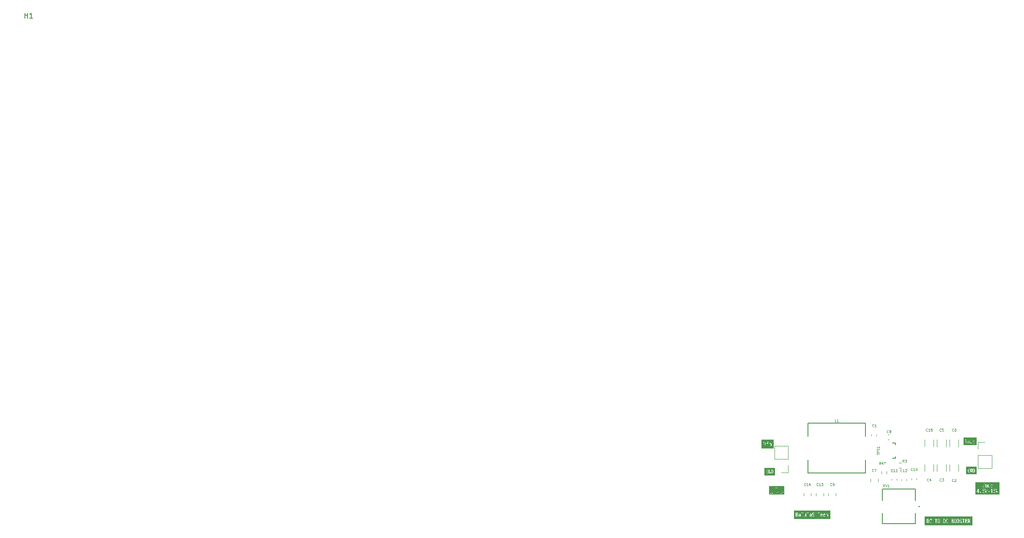
<source format=gbr>
%TF.GenerationSoftware,KiCad,Pcbnew,9.0.4*%
%TF.CreationDate,2025-09-16T11:07:58+03:00*%
%TF.ProjectId,5 to 15v,3520746f-2031-4357-962e-6b696361645f,rev?*%
%TF.SameCoordinates,Original*%
%TF.FileFunction,Legend,Top*%
%TF.FilePolarity,Positive*%
%FSLAX46Y46*%
G04 Gerber Fmt 4.6, Leading zero omitted, Abs format (unit mm)*
G04 Created by KiCad (PCBNEW 9.0.4) date 2025-09-16 11:07:58*
%MOMM*%
%LPD*%
G01*
G04 APERTURE LIST*
%ADD10C,0.125000*%
%ADD11C,0.100000*%
%ADD12C,0.150000*%
%ADD13C,0.000000*%
%ADD14C,0.120000*%
%ADD15C,0.127000*%
%ADD16C,0.200000*%
G04 APERTURE END LIST*
D10*
X177486997Y-88832309D02*
X177320331Y-88594214D01*
X177201283Y-88832309D02*
X177201283Y-88332309D01*
X177201283Y-88332309D02*
X177391759Y-88332309D01*
X177391759Y-88332309D02*
X177439378Y-88356119D01*
X177439378Y-88356119D02*
X177463188Y-88379928D01*
X177463188Y-88379928D02*
X177486997Y-88427547D01*
X177486997Y-88427547D02*
X177486997Y-88498976D01*
X177486997Y-88498976D02*
X177463188Y-88546595D01*
X177463188Y-88546595D02*
X177439378Y-88570404D01*
X177439378Y-88570404D02*
X177391759Y-88594214D01*
X177391759Y-88594214D02*
X177201283Y-88594214D01*
X177653664Y-88332309D02*
X177963188Y-88332309D01*
X177963188Y-88332309D02*
X177796521Y-88522785D01*
X177796521Y-88522785D02*
X177867950Y-88522785D01*
X177867950Y-88522785D02*
X177915569Y-88546595D01*
X177915569Y-88546595D02*
X177939378Y-88570404D01*
X177939378Y-88570404D02*
X177963188Y-88618023D01*
X177963188Y-88618023D02*
X177963188Y-88737071D01*
X177963188Y-88737071D02*
X177939378Y-88784690D01*
X177939378Y-88784690D02*
X177915569Y-88808500D01*
X177915569Y-88808500D02*
X177867950Y-88832309D01*
X177867950Y-88832309D02*
X177725093Y-88832309D01*
X177725093Y-88832309D02*
X177677474Y-88808500D01*
X177677474Y-88808500D02*
X177653664Y-88784690D01*
D11*
X172021309Y-87369046D02*
X172021309Y-87083332D01*
X172521309Y-87226189D02*
X172021309Y-87226189D01*
X172521309Y-86916666D02*
X172021309Y-86916666D01*
X172021309Y-86916666D02*
X172021309Y-86726190D01*
X172021309Y-86726190D02*
X172045119Y-86678571D01*
X172045119Y-86678571D02*
X172068928Y-86654761D01*
X172068928Y-86654761D02*
X172116547Y-86630952D01*
X172116547Y-86630952D02*
X172187976Y-86630952D01*
X172187976Y-86630952D02*
X172235595Y-86654761D01*
X172235595Y-86654761D02*
X172259404Y-86678571D01*
X172259404Y-86678571D02*
X172283214Y-86726190D01*
X172283214Y-86726190D02*
X172283214Y-86916666D01*
X172497500Y-86440475D02*
X172521309Y-86369047D01*
X172521309Y-86369047D02*
X172521309Y-86249999D01*
X172521309Y-86249999D02*
X172497500Y-86202380D01*
X172497500Y-86202380D02*
X172473690Y-86178571D01*
X172473690Y-86178571D02*
X172426071Y-86154761D01*
X172426071Y-86154761D02*
X172378452Y-86154761D01*
X172378452Y-86154761D02*
X172330833Y-86178571D01*
X172330833Y-86178571D02*
X172307023Y-86202380D01*
X172307023Y-86202380D02*
X172283214Y-86249999D01*
X172283214Y-86249999D02*
X172259404Y-86345237D01*
X172259404Y-86345237D02*
X172235595Y-86392856D01*
X172235595Y-86392856D02*
X172211785Y-86416666D01*
X172211785Y-86416666D02*
X172164166Y-86440475D01*
X172164166Y-86440475D02*
X172116547Y-86440475D01*
X172116547Y-86440475D02*
X172068928Y-86416666D01*
X172068928Y-86416666D02*
X172045119Y-86392856D01*
X172045119Y-86392856D02*
X172021309Y-86345237D01*
X172021309Y-86345237D02*
X172021309Y-86226190D01*
X172021309Y-86226190D02*
X172045119Y-86154761D01*
X172521309Y-85678571D02*
X172521309Y-85964285D01*
X172521309Y-85821428D02*
X172021309Y-85821428D01*
X172021309Y-85821428D02*
X172092738Y-85869047D01*
X172092738Y-85869047D02*
X172140357Y-85916666D01*
X172140357Y-85916666D02*
X172164166Y-85964285D01*
X175188571Y-90688490D02*
X175164762Y-90712300D01*
X175164762Y-90712300D02*
X175093333Y-90736109D01*
X175093333Y-90736109D02*
X175045714Y-90736109D01*
X175045714Y-90736109D02*
X174974286Y-90712300D01*
X174974286Y-90712300D02*
X174926667Y-90664680D01*
X174926667Y-90664680D02*
X174902857Y-90617061D01*
X174902857Y-90617061D02*
X174879048Y-90521823D01*
X174879048Y-90521823D02*
X174879048Y-90450395D01*
X174879048Y-90450395D02*
X174902857Y-90355157D01*
X174902857Y-90355157D02*
X174926667Y-90307538D01*
X174926667Y-90307538D02*
X174974286Y-90259919D01*
X174974286Y-90259919D02*
X175045714Y-90236109D01*
X175045714Y-90236109D02*
X175093333Y-90236109D01*
X175093333Y-90236109D02*
X175164762Y-90259919D01*
X175164762Y-90259919D02*
X175188571Y-90283728D01*
X175664762Y-90736109D02*
X175379048Y-90736109D01*
X175521905Y-90736109D02*
X175521905Y-90236109D01*
X175521905Y-90236109D02*
X175474286Y-90307538D01*
X175474286Y-90307538D02*
X175426667Y-90355157D01*
X175426667Y-90355157D02*
X175379048Y-90378966D01*
X176140952Y-90736109D02*
X175855238Y-90736109D01*
X175998095Y-90736109D02*
X175998095Y-90236109D01*
X175998095Y-90236109D02*
X175950476Y-90307538D01*
X175950476Y-90307538D02*
X175902857Y-90355157D01*
X175902857Y-90355157D02*
X175855238Y-90378966D01*
D12*
X1413095Y220180D02*
X1413095Y1220180D01*
X1413095Y743990D02*
X1984523Y743990D01*
X1984523Y220180D02*
X1984523Y1220180D01*
X2984523Y220180D02*
X2413095Y220180D01*
X2698809Y220180D02*
X2698809Y1220180D01*
X2698809Y1220180D02*
X2603571Y1077323D01*
X2603571Y1077323D02*
X2508333Y982085D01*
X2508333Y982085D02*
X2413095Y934466D01*
D11*
X171426666Y-81698490D02*
X171402857Y-81722300D01*
X171402857Y-81722300D02*
X171331428Y-81746109D01*
X171331428Y-81746109D02*
X171283809Y-81746109D01*
X171283809Y-81746109D02*
X171212381Y-81722300D01*
X171212381Y-81722300D02*
X171164762Y-81674680D01*
X171164762Y-81674680D02*
X171140952Y-81627061D01*
X171140952Y-81627061D02*
X171117143Y-81531823D01*
X171117143Y-81531823D02*
X171117143Y-81460395D01*
X171117143Y-81460395D02*
X171140952Y-81365157D01*
X171140952Y-81365157D02*
X171164762Y-81317538D01*
X171164762Y-81317538D02*
X171212381Y-81269919D01*
X171212381Y-81269919D02*
X171283809Y-81246109D01*
X171283809Y-81246109D02*
X171331428Y-81246109D01*
X171331428Y-81246109D02*
X171402857Y-81269919D01*
X171402857Y-81269919D02*
X171426666Y-81293728D01*
X171902857Y-81746109D02*
X171617143Y-81746109D01*
X171760000Y-81746109D02*
X171760000Y-81246109D01*
X171760000Y-81246109D02*
X171712381Y-81317538D01*
X171712381Y-81317538D02*
X171664762Y-81365157D01*
X171664762Y-81365157D02*
X171617143Y-81388966D01*
X172816666Y-89326109D02*
X172650000Y-89088014D01*
X172530952Y-89326109D02*
X172530952Y-88826109D01*
X172530952Y-88826109D02*
X172721428Y-88826109D01*
X172721428Y-88826109D02*
X172769047Y-88849919D01*
X172769047Y-88849919D02*
X172792857Y-88873728D01*
X172792857Y-88873728D02*
X172816666Y-88921347D01*
X172816666Y-88921347D02*
X172816666Y-88992776D01*
X172816666Y-88992776D02*
X172792857Y-89040395D01*
X172792857Y-89040395D02*
X172769047Y-89064204D01*
X172769047Y-89064204D02*
X172721428Y-89088014D01*
X172721428Y-89088014D02*
X172530952Y-89088014D01*
X173245238Y-88992776D02*
X173245238Y-89326109D01*
X173126190Y-88802300D02*
X173007143Y-89159442D01*
X173007143Y-89159442D02*
X173316666Y-89159442D01*
X163016666Y-93478490D02*
X162992857Y-93502300D01*
X162992857Y-93502300D02*
X162921428Y-93526109D01*
X162921428Y-93526109D02*
X162873809Y-93526109D01*
X162873809Y-93526109D02*
X162802381Y-93502300D01*
X162802381Y-93502300D02*
X162754762Y-93454680D01*
X162754762Y-93454680D02*
X162730952Y-93407061D01*
X162730952Y-93407061D02*
X162707143Y-93311823D01*
X162707143Y-93311823D02*
X162707143Y-93240395D01*
X162707143Y-93240395D02*
X162730952Y-93145157D01*
X162730952Y-93145157D02*
X162754762Y-93097538D01*
X162754762Y-93097538D02*
X162802381Y-93049919D01*
X162802381Y-93049919D02*
X162873809Y-93026109D01*
X162873809Y-93026109D02*
X162921428Y-93026109D01*
X162921428Y-93026109D02*
X162992857Y-93049919D01*
X162992857Y-93049919D02*
X163016666Y-93073728D01*
X163254762Y-93526109D02*
X163350000Y-93526109D01*
X163350000Y-93526109D02*
X163397619Y-93502300D01*
X163397619Y-93502300D02*
X163421428Y-93478490D01*
X163421428Y-93478490D02*
X163469047Y-93407061D01*
X163469047Y-93407061D02*
X163492857Y-93311823D01*
X163492857Y-93311823D02*
X163492857Y-93121347D01*
X163492857Y-93121347D02*
X163469047Y-93073728D01*
X163469047Y-93073728D02*
X163445238Y-93049919D01*
X163445238Y-93049919D02*
X163397619Y-93026109D01*
X163397619Y-93026109D02*
X163302381Y-93026109D01*
X163302381Y-93026109D02*
X163254762Y-93049919D01*
X163254762Y-93049919D02*
X163230952Y-93073728D01*
X163230952Y-93073728D02*
X163207143Y-93121347D01*
X163207143Y-93121347D02*
X163207143Y-93240395D01*
X163207143Y-93240395D02*
X163230952Y-93288014D01*
X163230952Y-93288014D02*
X163254762Y-93311823D01*
X163254762Y-93311823D02*
X163302381Y-93335633D01*
X163302381Y-93335633D02*
X163397619Y-93335633D01*
X163397619Y-93335633D02*
X163445238Y-93311823D01*
X163445238Y-93311823D02*
X163469047Y-93288014D01*
X163469047Y-93288014D02*
X163492857Y-93240395D01*
X187416666Y-92678490D02*
X187392857Y-92702300D01*
X187392857Y-92702300D02*
X187321428Y-92726109D01*
X187321428Y-92726109D02*
X187273809Y-92726109D01*
X187273809Y-92726109D02*
X187202381Y-92702300D01*
X187202381Y-92702300D02*
X187154762Y-92654680D01*
X187154762Y-92654680D02*
X187130952Y-92607061D01*
X187130952Y-92607061D02*
X187107143Y-92511823D01*
X187107143Y-92511823D02*
X187107143Y-92440395D01*
X187107143Y-92440395D02*
X187130952Y-92345157D01*
X187130952Y-92345157D02*
X187154762Y-92297538D01*
X187154762Y-92297538D02*
X187202381Y-92249919D01*
X187202381Y-92249919D02*
X187273809Y-92226109D01*
X187273809Y-92226109D02*
X187321428Y-92226109D01*
X187321428Y-92226109D02*
X187392857Y-92249919D01*
X187392857Y-92249919D02*
X187416666Y-92273728D01*
X187607143Y-92273728D02*
X187630952Y-92249919D01*
X187630952Y-92249919D02*
X187678571Y-92226109D01*
X187678571Y-92226109D02*
X187797619Y-92226109D01*
X187797619Y-92226109D02*
X187845238Y-92249919D01*
X187845238Y-92249919D02*
X187869047Y-92273728D01*
X187869047Y-92273728D02*
X187892857Y-92321347D01*
X187892857Y-92321347D02*
X187892857Y-92368966D01*
X187892857Y-92368966D02*
X187869047Y-92440395D01*
X187869047Y-92440395D02*
X187583333Y-92726109D01*
X187583333Y-92726109D02*
X187892857Y-92726109D01*
X171416666Y-90658490D02*
X171392857Y-90682300D01*
X171392857Y-90682300D02*
X171321428Y-90706109D01*
X171321428Y-90706109D02*
X171273809Y-90706109D01*
X171273809Y-90706109D02*
X171202381Y-90682300D01*
X171202381Y-90682300D02*
X171154762Y-90634680D01*
X171154762Y-90634680D02*
X171130952Y-90587061D01*
X171130952Y-90587061D02*
X171107143Y-90491823D01*
X171107143Y-90491823D02*
X171107143Y-90420395D01*
X171107143Y-90420395D02*
X171130952Y-90325157D01*
X171130952Y-90325157D02*
X171154762Y-90277538D01*
X171154762Y-90277538D02*
X171202381Y-90229919D01*
X171202381Y-90229919D02*
X171273809Y-90206109D01*
X171273809Y-90206109D02*
X171321428Y-90206109D01*
X171321428Y-90206109D02*
X171392857Y-90229919D01*
X171392857Y-90229919D02*
X171416666Y-90253728D01*
X171583333Y-90206109D02*
X171916666Y-90206109D01*
X171916666Y-90206109D02*
X171702381Y-90706109D01*
X179178571Y-90478490D02*
X179154762Y-90502300D01*
X179154762Y-90502300D02*
X179083333Y-90526109D01*
X179083333Y-90526109D02*
X179035714Y-90526109D01*
X179035714Y-90526109D02*
X178964286Y-90502300D01*
X178964286Y-90502300D02*
X178916667Y-90454680D01*
X178916667Y-90454680D02*
X178892857Y-90407061D01*
X178892857Y-90407061D02*
X178869048Y-90311823D01*
X178869048Y-90311823D02*
X178869048Y-90240395D01*
X178869048Y-90240395D02*
X178892857Y-90145157D01*
X178892857Y-90145157D02*
X178916667Y-90097538D01*
X178916667Y-90097538D02*
X178964286Y-90049919D01*
X178964286Y-90049919D02*
X179035714Y-90026109D01*
X179035714Y-90026109D02*
X179083333Y-90026109D01*
X179083333Y-90026109D02*
X179154762Y-90049919D01*
X179154762Y-90049919D02*
X179178571Y-90073728D01*
X179654762Y-90526109D02*
X179369048Y-90526109D01*
X179511905Y-90526109D02*
X179511905Y-90026109D01*
X179511905Y-90026109D02*
X179464286Y-90097538D01*
X179464286Y-90097538D02*
X179416667Y-90145157D01*
X179416667Y-90145157D02*
X179369048Y-90168966D01*
X179964285Y-90026109D02*
X180011904Y-90026109D01*
X180011904Y-90026109D02*
X180059523Y-90049919D01*
X180059523Y-90049919D02*
X180083333Y-90073728D01*
X180083333Y-90073728D02*
X180107142Y-90121347D01*
X180107142Y-90121347D02*
X180130952Y-90216585D01*
X180130952Y-90216585D02*
X180130952Y-90335633D01*
X180130952Y-90335633D02*
X180107142Y-90430871D01*
X180107142Y-90430871D02*
X180083333Y-90478490D01*
X180083333Y-90478490D02*
X180059523Y-90502300D01*
X180059523Y-90502300D02*
X180011904Y-90526109D01*
X180011904Y-90526109D02*
X179964285Y-90526109D01*
X179964285Y-90526109D02*
X179916666Y-90502300D01*
X179916666Y-90502300D02*
X179892857Y-90478490D01*
X179892857Y-90478490D02*
X179869047Y-90430871D01*
X179869047Y-90430871D02*
X179845238Y-90335633D01*
X179845238Y-90335633D02*
X179845238Y-90216585D01*
X179845238Y-90216585D02*
X179869047Y-90121347D01*
X179869047Y-90121347D02*
X179892857Y-90073728D01*
X179892857Y-90073728D02*
X179916666Y-90049919D01*
X179916666Y-90049919D02*
X179964285Y-90026109D01*
X173602381Y-93826109D02*
X173435715Y-93588014D01*
X173316667Y-93826109D02*
X173316667Y-93326109D01*
X173316667Y-93326109D02*
X173507143Y-93326109D01*
X173507143Y-93326109D02*
X173554762Y-93349919D01*
X173554762Y-93349919D02*
X173578572Y-93373728D01*
X173578572Y-93373728D02*
X173602381Y-93421347D01*
X173602381Y-93421347D02*
X173602381Y-93492776D01*
X173602381Y-93492776D02*
X173578572Y-93540395D01*
X173578572Y-93540395D02*
X173554762Y-93564204D01*
X173554762Y-93564204D02*
X173507143Y-93588014D01*
X173507143Y-93588014D02*
X173316667Y-93588014D01*
X173745239Y-93326109D02*
X173911905Y-93826109D01*
X173911905Y-93826109D02*
X174078572Y-93326109D01*
X174507143Y-93826109D02*
X174221429Y-93826109D01*
X174364286Y-93826109D02*
X174364286Y-93326109D01*
X174364286Y-93326109D02*
X174316667Y-93397538D01*
X174316667Y-93397538D02*
X174269048Y-93445157D01*
X174269048Y-93445157D02*
X174221429Y-93468966D01*
X177088571Y-90718490D02*
X177064762Y-90742300D01*
X177064762Y-90742300D02*
X176993333Y-90766109D01*
X176993333Y-90766109D02*
X176945714Y-90766109D01*
X176945714Y-90766109D02*
X176874286Y-90742300D01*
X176874286Y-90742300D02*
X176826667Y-90694680D01*
X176826667Y-90694680D02*
X176802857Y-90647061D01*
X176802857Y-90647061D02*
X176779048Y-90551823D01*
X176779048Y-90551823D02*
X176779048Y-90480395D01*
X176779048Y-90480395D02*
X176802857Y-90385157D01*
X176802857Y-90385157D02*
X176826667Y-90337538D01*
X176826667Y-90337538D02*
X176874286Y-90289919D01*
X176874286Y-90289919D02*
X176945714Y-90266109D01*
X176945714Y-90266109D02*
X176993333Y-90266109D01*
X176993333Y-90266109D02*
X177064762Y-90289919D01*
X177064762Y-90289919D02*
X177088571Y-90313728D01*
X177564762Y-90766109D02*
X177279048Y-90766109D01*
X177421905Y-90766109D02*
X177421905Y-90266109D01*
X177421905Y-90266109D02*
X177374286Y-90337538D01*
X177374286Y-90337538D02*
X177326667Y-90385157D01*
X177326667Y-90385157D02*
X177279048Y-90408966D01*
X177755238Y-90313728D02*
X177779047Y-90289919D01*
X177779047Y-90289919D02*
X177826666Y-90266109D01*
X177826666Y-90266109D02*
X177945714Y-90266109D01*
X177945714Y-90266109D02*
X177993333Y-90289919D01*
X177993333Y-90289919D02*
X178017142Y-90313728D01*
X178017142Y-90313728D02*
X178040952Y-90361347D01*
X178040952Y-90361347D02*
X178040952Y-90408966D01*
X178040952Y-90408966D02*
X178017142Y-90480395D01*
X178017142Y-90480395D02*
X177731428Y-90766109D01*
X177731428Y-90766109D02*
X178040952Y-90766109D01*
X174376666Y-82878490D02*
X174352857Y-82902300D01*
X174352857Y-82902300D02*
X174281428Y-82926109D01*
X174281428Y-82926109D02*
X174233809Y-82926109D01*
X174233809Y-82926109D02*
X174162381Y-82902300D01*
X174162381Y-82902300D02*
X174114762Y-82854680D01*
X174114762Y-82854680D02*
X174090952Y-82807061D01*
X174090952Y-82807061D02*
X174067143Y-82711823D01*
X174067143Y-82711823D02*
X174067143Y-82640395D01*
X174067143Y-82640395D02*
X174090952Y-82545157D01*
X174090952Y-82545157D02*
X174114762Y-82497538D01*
X174114762Y-82497538D02*
X174162381Y-82449919D01*
X174162381Y-82449919D02*
X174233809Y-82426109D01*
X174233809Y-82426109D02*
X174281428Y-82426109D01*
X174281428Y-82426109D02*
X174352857Y-82449919D01*
X174352857Y-82449919D02*
X174376666Y-82473728D01*
X174662381Y-82640395D02*
X174614762Y-82616585D01*
X174614762Y-82616585D02*
X174590952Y-82592776D01*
X174590952Y-82592776D02*
X174567143Y-82545157D01*
X174567143Y-82545157D02*
X174567143Y-82521347D01*
X174567143Y-82521347D02*
X174590952Y-82473728D01*
X174590952Y-82473728D02*
X174614762Y-82449919D01*
X174614762Y-82449919D02*
X174662381Y-82426109D01*
X174662381Y-82426109D02*
X174757619Y-82426109D01*
X174757619Y-82426109D02*
X174805238Y-82449919D01*
X174805238Y-82449919D02*
X174829047Y-82473728D01*
X174829047Y-82473728D02*
X174852857Y-82521347D01*
X174852857Y-82521347D02*
X174852857Y-82545157D01*
X174852857Y-82545157D02*
X174829047Y-82592776D01*
X174829047Y-82592776D02*
X174805238Y-82616585D01*
X174805238Y-82616585D02*
X174757619Y-82640395D01*
X174757619Y-82640395D02*
X174662381Y-82640395D01*
X174662381Y-82640395D02*
X174614762Y-82664204D01*
X174614762Y-82664204D02*
X174590952Y-82688014D01*
X174590952Y-82688014D02*
X174567143Y-82735633D01*
X174567143Y-82735633D02*
X174567143Y-82830871D01*
X174567143Y-82830871D02*
X174590952Y-82878490D01*
X174590952Y-82878490D02*
X174614762Y-82902300D01*
X174614762Y-82902300D02*
X174662381Y-82926109D01*
X174662381Y-82926109D02*
X174757619Y-82926109D01*
X174757619Y-82926109D02*
X174805238Y-82902300D01*
X174805238Y-82902300D02*
X174829047Y-82878490D01*
X174829047Y-82878490D02*
X174852857Y-82830871D01*
X174852857Y-82830871D02*
X174852857Y-82735633D01*
X174852857Y-82735633D02*
X174829047Y-82688014D01*
X174829047Y-82688014D02*
X174805238Y-82664204D01*
X174805238Y-82664204D02*
X174757619Y-82640395D01*
X182416666Y-92578490D02*
X182392857Y-92602300D01*
X182392857Y-92602300D02*
X182321428Y-92626109D01*
X182321428Y-92626109D02*
X182273809Y-92626109D01*
X182273809Y-92626109D02*
X182202381Y-92602300D01*
X182202381Y-92602300D02*
X182154762Y-92554680D01*
X182154762Y-92554680D02*
X182130952Y-92507061D01*
X182130952Y-92507061D02*
X182107143Y-92411823D01*
X182107143Y-92411823D02*
X182107143Y-92340395D01*
X182107143Y-92340395D02*
X182130952Y-92245157D01*
X182130952Y-92245157D02*
X182154762Y-92197538D01*
X182154762Y-92197538D02*
X182202381Y-92149919D01*
X182202381Y-92149919D02*
X182273809Y-92126109D01*
X182273809Y-92126109D02*
X182321428Y-92126109D01*
X182321428Y-92126109D02*
X182392857Y-92149919D01*
X182392857Y-92149919D02*
X182416666Y-92173728D01*
X182845238Y-92292776D02*
X182845238Y-92626109D01*
X182726190Y-92102300D02*
X182607143Y-92459442D01*
X182607143Y-92459442D02*
X182916666Y-92459442D01*
X187416666Y-82578490D02*
X187392857Y-82602300D01*
X187392857Y-82602300D02*
X187321428Y-82626109D01*
X187321428Y-82626109D02*
X187273809Y-82626109D01*
X187273809Y-82626109D02*
X187202381Y-82602300D01*
X187202381Y-82602300D02*
X187154762Y-82554680D01*
X187154762Y-82554680D02*
X187130952Y-82507061D01*
X187130952Y-82507061D02*
X187107143Y-82411823D01*
X187107143Y-82411823D02*
X187107143Y-82340395D01*
X187107143Y-82340395D02*
X187130952Y-82245157D01*
X187130952Y-82245157D02*
X187154762Y-82197538D01*
X187154762Y-82197538D02*
X187202381Y-82149919D01*
X187202381Y-82149919D02*
X187273809Y-82126109D01*
X187273809Y-82126109D02*
X187321428Y-82126109D01*
X187321428Y-82126109D02*
X187392857Y-82149919D01*
X187392857Y-82149919D02*
X187416666Y-82173728D01*
X187845238Y-82126109D02*
X187750000Y-82126109D01*
X187750000Y-82126109D02*
X187702381Y-82149919D01*
X187702381Y-82149919D02*
X187678571Y-82173728D01*
X187678571Y-82173728D02*
X187630952Y-82245157D01*
X187630952Y-82245157D02*
X187607143Y-82340395D01*
X187607143Y-82340395D02*
X187607143Y-82530871D01*
X187607143Y-82530871D02*
X187630952Y-82578490D01*
X187630952Y-82578490D02*
X187654762Y-82602300D01*
X187654762Y-82602300D02*
X187702381Y-82626109D01*
X187702381Y-82626109D02*
X187797619Y-82626109D01*
X187797619Y-82626109D02*
X187845238Y-82602300D01*
X187845238Y-82602300D02*
X187869047Y-82578490D01*
X187869047Y-82578490D02*
X187892857Y-82530871D01*
X187892857Y-82530871D02*
X187892857Y-82411823D01*
X187892857Y-82411823D02*
X187869047Y-82364204D01*
X187869047Y-82364204D02*
X187845238Y-82340395D01*
X187845238Y-82340395D02*
X187797619Y-82316585D01*
X187797619Y-82316585D02*
X187702381Y-82316585D01*
X187702381Y-82316585D02*
X187654762Y-82340395D01*
X187654762Y-82340395D02*
X187630952Y-82364204D01*
X187630952Y-82364204D02*
X187607143Y-82411823D01*
X157778571Y-93478490D02*
X157754762Y-93502300D01*
X157754762Y-93502300D02*
X157683333Y-93526109D01*
X157683333Y-93526109D02*
X157635714Y-93526109D01*
X157635714Y-93526109D02*
X157564286Y-93502300D01*
X157564286Y-93502300D02*
X157516667Y-93454680D01*
X157516667Y-93454680D02*
X157492857Y-93407061D01*
X157492857Y-93407061D02*
X157469048Y-93311823D01*
X157469048Y-93311823D02*
X157469048Y-93240395D01*
X157469048Y-93240395D02*
X157492857Y-93145157D01*
X157492857Y-93145157D02*
X157516667Y-93097538D01*
X157516667Y-93097538D02*
X157564286Y-93049919D01*
X157564286Y-93049919D02*
X157635714Y-93026109D01*
X157635714Y-93026109D02*
X157683333Y-93026109D01*
X157683333Y-93026109D02*
X157754762Y-93049919D01*
X157754762Y-93049919D02*
X157778571Y-93073728D01*
X158254762Y-93526109D02*
X157969048Y-93526109D01*
X158111905Y-93526109D02*
X158111905Y-93026109D01*
X158111905Y-93026109D02*
X158064286Y-93097538D01*
X158064286Y-93097538D02*
X158016667Y-93145157D01*
X158016667Y-93145157D02*
X157969048Y-93168966D01*
X158683333Y-93192776D02*
X158683333Y-93526109D01*
X158564285Y-93002300D02*
X158445238Y-93359442D01*
X158445238Y-93359442D02*
X158754761Y-93359442D01*
X182178571Y-82578490D02*
X182154762Y-82602300D01*
X182154762Y-82602300D02*
X182083333Y-82626109D01*
X182083333Y-82626109D02*
X182035714Y-82626109D01*
X182035714Y-82626109D02*
X181964286Y-82602300D01*
X181964286Y-82602300D02*
X181916667Y-82554680D01*
X181916667Y-82554680D02*
X181892857Y-82507061D01*
X181892857Y-82507061D02*
X181869048Y-82411823D01*
X181869048Y-82411823D02*
X181869048Y-82340395D01*
X181869048Y-82340395D02*
X181892857Y-82245157D01*
X181892857Y-82245157D02*
X181916667Y-82197538D01*
X181916667Y-82197538D02*
X181964286Y-82149919D01*
X181964286Y-82149919D02*
X182035714Y-82126109D01*
X182035714Y-82126109D02*
X182083333Y-82126109D01*
X182083333Y-82126109D02*
X182154762Y-82149919D01*
X182154762Y-82149919D02*
X182178571Y-82173728D01*
X182654762Y-82626109D02*
X182369048Y-82626109D01*
X182511905Y-82626109D02*
X182511905Y-82126109D01*
X182511905Y-82126109D02*
X182464286Y-82197538D01*
X182464286Y-82197538D02*
X182416667Y-82245157D01*
X182416667Y-82245157D02*
X182369048Y-82268966D01*
X183107142Y-82126109D02*
X182869047Y-82126109D01*
X182869047Y-82126109D02*
X182845238Y-82364204D01*
X182845238Y-82364204D02*
X182869047Y-82340395D01*
X182869047Y-82340395D02*
X182916666Y-82316585D01*
X182916666Y-82316585D02*
X183035714Y-82316585D01*
X183035714Y-82316585D02*
X183083333Y-82340395D01*
X183083333Y-82340395D02*
X183107142Y-82364204D01*
X183107142Y-82364204D02*
X183130952Y-82411823D01*
X183130952Y-82411823D02*
X183130952Y-82530871D01*
X183130952Y-82530871D02*
X183107142Y-82578490D01*
X183107142Y-82578490D02*
X183083333Y-82602300D01*
X183083333Y-82602300D02*
X183035714Y-82626109D01*
X183035714Y-82626109D02*
X182916666Y-82626109D01*
X182916666Y-82626109D02*
X182869047Y-82602300D01*
X182869047Y-82602300D02*
X182845238Y-82578490D01*
X160278571Y-93478490D02*
X160254762Y-93502300D01*
X160254762Y-93502300D02*
X160183333Y-93526109D01*
X160183333Y-93526109D02*
X160135714Y-93526109D01*
X160135714Y-93526109D02*
X160064286Y-93502300D01*
X160064286Y-93502300D02*
X160016667Y-93454680D01*
X160016667Y-93454680D02*
X159992857Y-93407061D01*
X159992857Y-93407061D02*
X159969048Y-93311823D01*
X159969048Y-93311823D02*
X159969048Y-93240395D01*
X159969048Y-93240395D02*
X159992857Y-93145157D01*
X159992857Y-93145157D02*
X160016667Y-93097538D01*
X160016667Y-93097538D02*
X160064286Y-93049919D01*
X160064286Y-93049919D02*
X160135714Y-93026109D01*
X160135714Y-93026109D02*
X160183333Y-93026109D01*
X160183333Y-93026109D02*
X160254762Y-93049919D01*
X160254762Y-93049919D02*
X160278571Y-93073728D01*
X160754762Y-93526109D02*
X160469048Y-93526109D01*
X160611905Y-93526109D02*
X160611905Y-93026109D01*
X160611905Y-93026109D02*
X160564286Y-93097538D01*
X160564286Y-93097538D02*
X160516667Y-93145157D01*
X160516667Y-93145157D02*
X160469048Y-93168966D01*
X160921428Y-93026109D02*
X161230952Y-93026109D01*
X161230952Y-93026109D02*
X161064285Y-93216585D01*
X161064285Y-93216585D02*
X161135714Y-93216585D01*
X161135714Y-93216585D02*
X161183333Y-93240395D01*
X161183333Y-93240395D02*
X161207142Y-93264204D01*
X161207142Y-93264204D02*
X161230952Y-93311823D01*
X161230952Y-93311823D02*
X161230952Y-93430871D01*
X161230952Y-93430871D02*
X161207142Y-93478490D01*
X161207142Y-93478490D02*
X161183333Y-93502300D01*
X161183333Y-93502300D02*
X161135714Y-93526109D01*
X161135714Y-93526109D02*
X160992857Y-93526109D01*
X160992857Y-93526109D02*
X160945238Y-93502300D01*
X160945238Y-93502300D02*
X160921428Y-93478490D01*
X184916666Y-92578490D02*
X184892857Y-92602300D01*
X184892857Y-92602300D02*
X184821428Y-92626109D01*
X184821428Y-92626109D02*
X184773809Y-92626109D01*
X184773809Y-92626109D02*
X184702381Y-92602300D01*
X184702381Y-92602300D02*
X184654762Y-92554680D01*
X184654762Y-92554680D02*
X184630952Y-92507061D01*
X184630952Y-92507061D02*
X184607143Y-92411823D01*
X184607143Y-92411823D02*
X184607143Y-92340395D01*
X184607143Y-92340395D02*
X184630952Y-92245157D01*
X184630952Y-92245157D02*
X184654762Y-92197538D01*
X184654762Y-92197538D02*
X184702381Y-92149919D01*
X184702381Y-92149919D02*
X184773809Y-92126109D01*
X184773809Y-92126109D02*
X184821428Y-92126109D01*
X184821428Y-92126109D02*
X184892857Y-92149919D01*
X184892857Y-92149919D02*
X184916666Y-92173728D01*
X185083333Y-92126109D02*
X185392857Y-92126109D01*
X185392857Y-92126109D02*
X185226190Y-92316585D01*
X185226190Y-92316585D02*
X185297619Y-92316585D01*
X185297619Y-92316585D02*
X185345238Y-92340395D01*
X185345238Y-92340395D02*
X185369047Y-92364204D01*
X185369047Y-92364204D02*
X185392857Y-92411823D01*
X185392857Y-92411823D02*
X185392857Y-92530871D01*
X185392857Y-92530871D02*
X185369047Y-92578490D01*
X185369047Y-92578490D02*
X185345238Y-92602300D01*
X185345238Y-92602300D02*
X185297619Y-92626109D01*
X185297619Y-92626109D02*
X185154762Y-92626109D01*
X185154762Y-92626109D02*
X185107143Y-92602300D01*
X185107143Y-92602300D02*
X185083333Y-92578490D01*
X163916666Y-80726109D02*
X163678571Y-80726109D01*
X163678571Y-80726109D02*
X163678571Y-80226109D01*
X164345238Y-80726109D02*
X164059524Y-80726109D01*
X164202381Y-80726109D02*
X164202381Y-80226109D01*
X164202381Y-80226109D02*
X164154762Y-80297538D01*
X164154762Y-80297538D02*
X164107143Y-80345157D01*
X164107143Y-80345157D02*
X164059524Y-80368966D01*
X184916666Y-82578490D02*
X184892857Y-82602300D01*
X184892857Y-82602300D02*
X184821428Y-82626109D01*
X184821428Y-82626109D02*
X184773809Y-82626109D01*
X184773809Y-82626109D02*
X184702381Y-82602300D01*
X184702381Y-82602300D02*
X184654762Y-82554680D01*
X184654762Y-82554680D02*
X184630952Y-82507061D01*
X184630952Y-82507061D02*
X184607143Y-82411823D01*
X184607143Y-82411823D02*
X184607143Y-82340395D01*
X184607143Y-82340395D02*
X184630952Y-82245157D01*
X184630952Y-82245157D02*
X184654762Y-82197538D01*
X184654762Y-82197538D02*
X184702381Y-82149919D01*
X184702381Y-82149919D02*
X184773809Y-82126109D01*
X184773809Y-82126109D02*
X184821428Y-82126109D01*
X184821428Y-82126109D02*
X184892857Y-82149919D01*
X184892857Y-82149919D02*
X184916666Y-82173728D01*
X185369047Y-82126109D02*
X185130952Y-82126109D01*
X185130952Y-82126109D02*
X185107143Y-82364204D01*
X185107143Y-82364204D02*
X185130952Y-82340395D01*
X185130952Y-82340395D02*
X185178571Y-82316585D01*
X185178571Y-82316585D02*
X185297619Y-82316585D01*
X185297619Y-82316585D02*
X185345238Y-82340395D01*
X185345238Y-82340395D02*
X185369047Y-82364204D01*
X185369047Y-82364204D02*
X185392857Y-82411823D01*
X185392857Y-82411823D02*
X185392857Y-82530871D01*
X185392857Y-82530871D02*
X185369047Y-82578490D01*
X185369047Y-82578490D02*
X185345238Y-82602300D01*
X185345238Y-82602300D02*
X185297619Y-82626109D01*
X185297619Y-82626109D02*
X185178571Y-82626109D01*
X185178571Y-82626109D02*
X185130952Y-82602300D01*
X185130952Y-82602300D02*
X185107143Y-82578490D01*
D13*
%TO.C,kibuzzard-68C918EC*%
G36*
X153509247Y-95281050D02*
G01*
X153338014Y-95281050D01*
X153226370Y-95281050D01*
X152963356Y-95281050D01*
X152495548Y-95281050D01*
X152285274Y-95281050D01*
X152052397Y-95281050D01*
X151856507Y-95281050D01*
X151456507Y-95281050D01*
X151074315Y-95281050D01*
X150908562Y-95281050D01*
X150661986Y-95281050D01*
X150490753Y-95281050D01*
X150490753Y-94638584D01*
X150661986Y-94638584D01*
X150661986Y-94702968D01*
X150700571Y-94680518D01*
X150735959Y-94667047D01*
X150768151Y-94662557D01*
X150813014Y-94681050D01*
X150824058Y-94705023D01*
X150827740Y-94739954D01*
X150824357Y-94777486D01*
X150814209Y-94817282D01*
X150797295Y-94859342D01*
X150773616Y-94903667D01*
X150743172Y-94950256D01*
X150705962Y-94999110D01*
X150661986Y-95050228D01*
X150661986Y-95109817D01*
X150908562Y-95109817D01*
X151074315Y-95109817D01*
X151183904Y-95109817D01*
X151183904Y-94993379D01*
X151074315Y-94993379D01*
X151074315Y-95109817D01*
X150908562Y-95109817D01*
X150908562Y-95050228D01*
X150741438Y-95050228D01*
X150741438Y-95048858D01*
X150781614Y-95000999D01*
X150815839Y-94956050D01*
X150844114Y-94914013D01*
X150866438Y-94874886D01*
X150887938Y-94826027D01*
X150900837Y-94779909D01*
X150905137Y-94736530D01*
X150897346Y-94678739D01*
X150873973Y-94636872D01*
X150835873Y-94611444D01*
X150825897Y-94609817D01*
X151343493Y-94609817D01*
X151343493Y-94669406D01*
X151530479Y-94669406D01*
X151530479Y-94670776D01*
X151510312Y-94715567D01*
X151490906Y-94761356D01*
X151472260Y-94808143D01*
X151454376Y-94855928D01*
X151437253Y-94904710D01*
X151420890Y-94954490D01*
X151405289Y-95005268D01*
X151390449Y-95057044D01*
X151376370Y-95109817D01*
X151456507Y-95109817D01*
X151470011Y-95054997D01*
X151484039Y-95001649D01*
X151498592Y-94949772D01*
X151513669Y-94899366D01*
X151529270Y-94850431D01*
X151545396Y-94802968D01*
X151562045Y-94756976D01*
X151579220Y-94712456D01*
X151596918Y-94669406D01*
X151596918Y-94609817D01*
X151656507Y-94609817D01*
X151767466Y-95109817D01*
X151856507Y-95109817D01*
X151895353Y-94935845D01*
X152052397Y-94935845D01*
X152257877Y-94935845D01*
X152257877Y-94878995D01*
X152052397Y-94878995D01*
X152052397Y-94935845D01*
X151895353Y-94935845D01*
X151952551Y-94679680D01*
X152376370Y-94679680D01*
X152376370Y-94746804D01*
X152494178Y-94681050D01*
X152495548Y-94681735D01*
X152495548Y-95109817D01*
X152572260Y-95109817D01*
X152572260Y-94638584D01*
X152716781Y-94638584D01*
X152716781Y-94702968D01*
X152755365Y-94680518D01*
X152790753Y-94667047D01*
X152822945Y-94662557D01*
X152867808Y-94681050D01*
X152878853Y-94705023D01*
X152882534Y-94739954D01*
X152879152Y-94777486D01*
X152869003Y-94817282D01*
X152852090Y-94859342D01*
X152828411Y-94903667D01*
X152797966Y-94950256D01*
X152760756Y-94999110D01*
X152716781Y-95050228D01*
X152716781Y-95109817D01*
X152963356Y-95109817D01*
X152963356Y-95050228D01*
X152796233Y-95050228D01*
X152796233Y-95048858D01*
X152836408Y-95000999D01*
X152870634Y-94956050D01*
X152898908Y-94914013D01*
X152921233Y-94874886D01*
X152942732Y-94826027D01*
X152955632Y-94779909D01*
X152959932Y-94736530D01*
X152952140Y-94678739D01*
X152928767Y-94636872D01*
X152890668Y-94611444D01*
X152880692Y-94609817D01*
X153026370Y-94609817D01*
X153137329Y-95109817D01*
X153226370Y-95109817D01*
X153338014Y-94609817D01*
X153261986Y-94609817D01*
X153183904Y-95041324D01*
X153183219Y-95041324D01*
X153105137Y-94609817D01*
X153026370Y-94609817D01*
X152880692Y-94609817D01*
X152838699Y-94602968D01*
X152795320Y-94606925D01*
X152754680Y-94618798D01*
X152716781Y-94638584D01*
X152572260Y-94638584D01*
X152572260Y-94609817D01*
X152496233Y-94609817D01*
X152376370Y-94679680D01*
X151952551Y-94679680D01*
X151968151Y-94609817D01*
X151892123Y-94609817D01*
X151874315Y-94708231D01*
X151814041Y-95041324D01*
X151813356Y-95041324D01*
X151735274Y-94609817D01*
X151656507Y-94609817D01*
X151596918Y-94609817D01*
X151514041Y-94609817D01*
X151343493Y-94609817D01*
X150825897Y-94609817D01*
X150783904Y-94602968D01*
X150740525Y-94606925D01*
X150699886Y-94618798D01*
X150661986Y-94638584D01*
X150490753Y-94638584D01*
X150490753Y-93810731D01*
X151314041Y-93810731D01*
X151425000Y-94310731D01*
X151514041Y-94310731D01*
X151593568Y-93954566D01*
X151706507Y-93954566D01*
X151706507Y-94010046D01*
X151797603Y-94010046D01*
X151797603Y-94310731D01*
X151874315Y-94310731D01*
X151874315Y-93976484D01*
X152025000Y-93976484D01*
X152025000Y-94310731D01*
X152100342Y-94310731D01*
X152100342Y-94018950D01*
X152146918Y-94003881D01*
X152197603Y-94017580D01*
X152211301Y-94067580D01*
X152211301Y-94310731D01*
X152285274Y-94310731D01*
X152285274Y-94071005D01*
X152278168Y-94010217D01*
X152256849Y-93973059D01*
X152231773Y-93958980D01*
X152194444Y-93950533D01*
X152144863Y-93947717D01*
X152100799Y-93950913D01*
X152060845Y-93960502D01*
X152025000Y-93976484D01*
X151874315Y-93976484D01*
X151874315Y-93954566D01*
X151783904Y-93954566D01*
X151706507Y-93954566D01*
X151593568Y-93954566D01*
X151611156Y-93875799D01*
X151783904Y-93875799D01*
X151874315Y-93875799D01*
X151874315Y-93790183D01*
X151783904Y-93790183D01*
X151783904Y-93875799D01*
X151611156Y-93875799D01*
X151625685Y-93810731D01*
X151549658Y-93810731D01*
X151471575Y-94242237D01*
X151470890Y-94242237D01*
X151392808Y-93810731D01*
X151314041Y-93810731D01*
X150490753Y-93810731D01*
X150490753Y-93618950D01*
X150661986Y-93618950D01*
X153338014Y-93618950D01*
X153509247Y-93618950D01*
X153509247Y-95281050D01*
G37*
%TO.C,kibuzzard-68C9177F*%
G36*
X196636712Y-95277397D02*
G01*
X196362740Y-95277397D01*
X196184110Y-95277397D01*
X195533151Y-95277397D01*
X195014795Y-95277397D01*
X194305753Y-95277397D01*
X193992329Y-95277397D01*
X193341370Y-95277397D01*
X192740822Y-95277397D01*
X192429589Y-95277397D01*
X192037260Y-95277397D01*
X191763288Y-95277397D01*
X191763288Y-94720685D01*
X192037260Y-94720685D01*
X192037260Y-94814932D01*
X192309041Y-94814932D01*
X192309041Y-94992466D01*
X192429589Y-94992466D01*
X192740822Y-94992466D01*
X192916164Y-94992466D01*
X192916164Y-94866438D01*
X193184658Y-94866438D01*
X193184658Y-94970548D01*
X193260000Y-94995205D01*
X193341370Y-95003425D01*
X193416499Y-94996606D01*
X193476773Y-94976149D01*
X193522192Y-94942055D01*
X193553851Y-94892131D01*
X193572846Y-94824186D01*
X193579178Y-94738219D01*
X193572164Y-94645507D01*
X193551123Y-94573397D01*
X193516055Y-94521890D01*
X193466959Y-94490986D01*
X193403836Y-94480685D01*
X193351781Y-94487534D01*
X193307397Y-94508082D01*
X193305205Y-94508082D01*
X193312877Y-94286712D01*
X193557260Y-94286712D01*
X193557260Y-94192466D01*
X193672329Y-94192466D01*
X193849863Y-94992466D01*
X193992329Y-94992466D01*
X194074792Y-94623151D01*
X194305753Y-94623151D01*
X194305753Y-94714110D01*
X194634521Y-94714110D01*
X194634521Y-94623151D01*
X194481096Y-94623151D01*
X194305753Y-94623151D01*
X194074792Y-94623151D01*
X194146000Y-94304247D01*
X194824110Y-94304247D01*
X194824110Y-94411644D01*
X195012603Y-94306438D01*
X195014795Y-94307534D01*
X195014795Y-94992466D01*
X195137534Y-94992466D01*
X195137534Y-94866438D01*
X195376438Y-94866438D01*
X195376438Y-94970548D01*
X195451781Y-94995205D01*
X195533151Y-95003425D01*
X195608280Y-94996606D01*
X195668554Y-94976149D01*
X195713973Y-94942055D01*
X195745632Y-94892131D01*
X195764627Y-94824186D01*
X195770959Y-94738219D01*
X195763945Y-94645507D01*
X195742904Y-94573397D01*
X195707836Y-94521890D01*
X195658740Y-94490986D01*
X195595616Y-94480685D01*
X195543562Y-94487534D01*
X195499178Y-94508082D01*
X195496986Y-94508082D01*
X195504658Y-94286712D01*
X195749041Y-94286712D01*
X195749041Y-94192466D01*
X195864110Y-94192466D01*
X196041644Y-94992466D01*
X196184110Y-94992466D01*
X196362740Y-94192466D01*
X196241096Y-94192466D01*
X196116164Y-94882877D01*
X196115068Y-94882877D01*
X195990137Y-94192466D01*
X195864110Y-94192466D01*
X195749041Y-94192466D01*
X195392877Y-94192466D01*
X195381918Y-94617671D01*
X195482740Y-94617671D01*
X195520822Y-94584795D01*
X195562740Y-94573836D01*
X195627397Y-94611644D01*
X195643014Y-94662192D01*
X195648219Y-94738219D01*
X195640822Y-94818356D01*
X195618630Y-94870274D01*
X195580274Y-94898630D01*
X195524384Y-94908082D01*
X195451233Y-94897671D01*
X195376438Y-94866438D01*
X195137534Y-94866438D01*
X195137534Y-94192466D01*
X195094795Y-94192466D01*
X195015890Y-94192466D01*
X194824110Y-94304247D01*
X194146000Y-94304247D01*
X194170959Y-94192466D01*
X194049315Y-94192466D01*
X193924384Y-94882877D01*
X193923288Y-94882877D01*
X193922192Y-94876820D01*
X193798356Y-94192466D01*
X193672329Y-94192466D01*
X193557260Y-94192466D01*
X193444384Y-94192466D01*
X193201096Y-94192466D01*
X193190137Y-94617671D01*
X193290959Y-94617671D01*
X193329041Y-94584795D01*
X193370959Y-94573836D01*
X193435616Y-94611644D01*
X193451233Y-94662192D01*
X193456438Y-94738219D01*
X193449041Y-94818356D01*
X193426849Y-94870274D01*
X193388493Y-94898630D01*
X193332603Y-94908082D01*
X193259452Y-94897671D01*
X193184658Y-94866438D01*
X192916164Y-94866438D01*
X192916164Y-94806164D01*
X192740822Y-94806164D01*
X192740822Y-94992466D01*
X192429589Y-94992466D01*
X192429589Y-94814932D01*
X192519452Y-94814932D01*
X192519452Y-94720685D01*
X192429589Y-94720685D01*
X192429589Y-94192466D01*
X192296986Y-94192466D01*
X192037260Y-94720685D01*
X191763288Y-94720685D01*
X191763288Y-93096575D01*
X193124384Y-93096575D01*
X193301918Y-93896575D01*
X193444384Y-93896575D01*
X193508006Y-93611644D01*
X193692055Y-93611644D01*
X193698387Y-93705890D01*
X193717382Y-93781142D01*
X193749041Y-93837397D01*
X193793607Y-93876362D01*
X193851324Y-93899741D01*
X193922192Y-93907534D01*
X193993059Y-93899741D01*
X194050776Y-93876362D01*
X194095342Y-93837397D01*
X194127002Y-93781142D01*
X194143507Y-93715753D01*
X194267397Y-93715753D01*
X194278630Y-93808904D01*
X194312329Y-93866986D01*
X194351050Y-93889513D01*
X194407306Y-93903029D01*
X194481096Y-93907534D01*
X194551598Y-93902420D01*
X194615525Y-93887078D01*
X194672877Y-93861507D01*
X194672877Y-93348630D01*
X194804384Y-93348630D01*
X194804384Y-93437397D01*
X194917260Y-93437397D01*
X194917260Y-93732192D01*
X194926986Y-93817123D01*
X194956164Y-93870274D01*
X195010274Y-93898219D01*
X195094795Y-93907534D01*
X195155342Y-93904247D01*
X195209863Y-93894384D01*
X195209863Y-93794658D01*
X195163014Y-93806986D01*
X195116712Y-93811096D01*
X195050959Y-93793014D01*
X195036712Y-93710274D01*
X195036712Y-93437397D01*
X195220822Y-93437397D01*
X195220822Y-93348630D01*
X195036712Y-93348630D01*
X195036712Y-93140411D01*
X194917260Y-93140411D01*
X194917260Y-93348630D01*
X194804384Y-93348630D01*
X194672877Y-93348630D01*
X194672877Y-93326712D01*
X194552329Y-93326712D01*
X194553425Y-93795753D01*
X194478904Y-93817671D01*
X194404932Y-93796301D01*
X194384658Y-93715753D01*
X194384658Y-93326712D01*
X194267397Y-93326712D01*
X194267397Y-93715753D01*
X194143507Y-93715753D01*
X194145997Y-93705890D01*
X194152329Y-93611644D01*
X194145997Y-93517397D01*
X194127002Y-93442146D01*
X194095342Y-93385890D01*
X194050776Y-93346925D01*
X193993059Y-93323546D01*
X193922192Y-93315753D01*
X193851324Y-93323546D01*
X193793607Y-93346925D01*
X193749041Y-93385890D01*
X193717382Y-93442146D01*
X193698387Y-93517397D01*
X193692055Y-93611644D01*
X193508006Y-93611644D01*
X193623014Y-93096575D01*
X193501370Y-93096575D01*
X193376438Y-93786986D01*
X193375342Y-93786986D01*
X193250411Y-93096575D01*
X193124384Y-93096575D01*
X191763288Y-93096575D01*
X191763288Y-92822603D01*
X192037260Y-92822603D01*
X196362740Y-92822603D01*
X196636712Y-92822603D01*
X196636712Y-95277397D01*
G37*
G36*
X193971918Y-93416438D02*
G01*
X194004932Y-93448904D01*
X194023425Y-93511233D01*
X194029589Y-93611644D01*
X194023425Y-93712055D01*
X194004932Y-93774384D01*
X193971918Y-93806849D01*
X193922192Y-93817671D01*
X193872466Y-93806849D01*
X193839452Y-93774384D01*
X193820959Y-93712055D01*
X193814795Y-93611644D01*
X193820959Y-93511233D01*
X193839452Y-93448904D01*
X193872466Y-93416438D01*
X193922192Y-93405616D01*
X193971918Y-93416438D01*
G37*
G36*
X192309041Y-94720685D02*
G01*
X192133699Y-94720685D01*
X192133699Y-94717397D01*
X192306849Y-94362329D01*
X192309041Y-94362329D01*
X192309041Y-94720685D01*
G37*
%TO.C,kibuzzard-68C91755*%
G36*
X191199087Y-101467580D02*
G01*
X190742466Y-101467580D01*
X190139726Y-101467580D01*
X189459178Y-101467580D01*
X188833425Y-101467580D01*
X188301918Y-101467580D01*
X187753973Y-101467580D01*
X187184110Y-101467580D01*
X186162740Y-101467580D01*
X185517260Y-101467580D01*
X184466301Y-101467580D01*
X183979726Y-101467580D01*
X182875068Y-101467580D01*
X182229589Y-101467580D01*
X182057534Y-101467580D01*
X181600913Y-101467580D01*
X181600913Y-100210959D01*
X182057534Y-100210959D01*
X182057534Y-100989041D01*
X182140000Y-101005479D01*
X182229589Y-101010959D01*
X182320548Y-101001507D01*
X182391781Y-100973151D01*
X182445890Y-100921507D01*
X182485479Y-100842192D01*
X182503440Y-100772664D01*
X182514216Y-100688280D01*
X182517808Y-100589041D01*
X182597808Y-100589041D01*
X182602140Y-100687928D01*
X182615137Y-100773630D01*
X182636798Y-100846147D01*
X182667123Y-100905479D01*
X182706113Y-100951627D01*
X182753767Y-100984589D01*
X182810086Y-101004366D01*
X182875068Y-101010959D01*
X182948219Y-101004110D01*
X183014247Y-100983562D01*
X183014247Y-100882740D01*
X182951781Y-100908219D01*
X182893699Y-100916712D01*
X182840122Y-100907610D01*
X182796286Y-100880304D01*
X182762192Y-100834795D01*
X182737839Y-100771081D01*
X182723227Y-100689163D01*
X182718356Y-100589041D01*
X182722770Y-100496286D01*
X182736012Y-100420396D01*
X182758082Y-100361370D01*
X182788980Y-100319209D01*
X182828706Y-100293912D01*
X182877260Y-100285479D01*
X182902466Y-100289863D01*
X182902466Y-100460822D01*
X183019726Y-100460822D01*
X183019726Y-100295342D01*
X183693699Y-100295342D01*
X183856986Y-100295342D01*
X183856986Y-101000000D01*
X183979726Y-101000000D01*
X183979726Y-100600000D01*
X184225205Y-100600000D01*
X184228189Y-100695951D01*
X184237139Y-100777778D01*
X184252055Y-100845479D01*
X184285068Y-100923014D01*
X184330411Y-100973699D01*
X184390137Y-101001644D01*
X184466301Y-101010959D01*
X184542466Y-101001644D01*
X184602192Y-100973699D01*
X184647534Y-100923014D01*
X184680548Y-100845479D01*
X184695464Y-100777778D01*
X184704414Y-100695951D01*
X184707397Y-100600000D01*
X184704414Y-100504049D01*
X184695464Y-100422222D01*
X184680548Y-100354521D01*
X184647534Y-100276986D01*
X184602192Y-100226301D01*
X184569402Y-100210959D01*
X185345205Y-100210959D01*
X185345205Y-100989041D01*
X185427671Y-101005479D01*
X185517260Y-101010959D01*
X185608219Y-101001507D01*
X185679452Y-100973151D01*
X185733562Y-100921507D01*
X185773151Y-100842192D01*
X185791111Y-100772664D01*
X185801887Y-100688280D01*
X185805479Y-100589041D01*
X185885479Y-100589041D01*
X185889812Y-100687928D01*
X185902808Y-100773630D01*
X185924469Y-100846147D01*
X185954795Y-100905479D01*
X185993784Y-100951627D01*
X186041438Y-100984589D01*
X186097757Y-101004366D01*
X186162740Y-101010959D01*
X186235890Y-101004110D01*
X186301918Y-100983562D01*
X186301918Y-100882740D01*
X186239452Y-100908219D01*
X186181370Y-100916712D01*
X186127793Y-100907610D01*
X186083957Y-100880304D01*
X186049863Y-100834795D01*
X186025510Y-100771081D01*
X186010898Y-100689163D01*
X186006027Y-100589041D01*
X186010441Y-100496286D01*
X186023683Y-100420396D01*
X186045753Y-100361370D01*
X186076651Y-100319209D01*
X186116377Y-100293912D01*
X186164932Y-100285479D01*
X186190137Y-100289863D01*
X186190137Y-100460822D01*
X186307397Y-100460822D01*
X186307397Y-100213151D01*
X186298928Y-100210959D01*
X187000000Y-100210959D01*
X187000000Y-100989041D01*
X187060396Y-101001218D01*
X187121766Y-101008524D01*
X187184110Y-101010959D01*
X187261796Y-101004262D01*
X187325358Y-100984170D01*
X187374795Y-100950685D01*
X187410107Y-100903805D01*
X187431294Y-100843531D01*
X187438356Y-100769863D01*
X187427808Y-100696438D01*
X187396164Y-100633973D01*
X187360869Y-100600000D01*
X187512877Y-100600000D01*
X187515860Y-100695951D01*
X187524810Y-100777778D01*
X187539726Y-100845479D01*
X187572740Y-100923014D01*
X187618082Y-100973699D01*
X187677808Y-101001644D01*
X187753973Y-101010959D01*
X187830137Y-101001644D01*
X187889863Y-100973699D01*
X187935205Y-100923014D01*
X187968219Y-100845479D01*
X187983135Y-100777778D01*
X187992085Y-100695951D01*
X187995068Y-100600000D01*
X188060822Y-100600000D01*
X188063805Y-100695951D01*
X188072755Y-100777778D01*
X188087671Y-100845479D01*
X188120685Y-100923014D01*
X188166027Y-100973699D01*
X188225753Y-101001644D01*
X188301918Y-101010959D01*
X188378082Y-101001644D01*
X188437808Y-100973699D01*
X188483151Y-100923014D01*
X188516164Y-100845479D01*
X188531081Y-100777778D01*
X188540030Y-100695951D01*
X188543014Y-100600000D01*
X188540030Y-100504049D01*
X188531081Y-100422222D01*
X188525581Y-100397260D01*
X188641644Y-100397260D01*
X188653014Y-100475068D01*
X188687123Y-100539726D01*
X188724810Y-100577717D01*
X188777230Y-100614247D01*
X188844384Y-100649315D01*
X188891370Y-100677534D01*
X188922740Y-100709589D01*
X188940411Y-100748493D01*
X188946301Y-100797260D01*
X188938630Y-100848356D01*
X188915616Y-100885479D01*
X188878904Y-100908082D01*
X188830137Y-100915616D01*
X188765967Y-100907702D01*
X188704962Y-100883957D01*
X188647123Y-100844384D01*
X188647123Y-100958356D01*
X188703379Y-100987580D01*
X188765479Y-101005114D01*
X188833425Y-101010959D01*
X188918247Y-101002192D01*
X188984219Y-100975890D01*
X189031342Y-100932055D01*
X189059616Y-100870685D01*
X189069041Y-100791781D01*
X189057260Y-100707123D01*
X189021918Y-100639452D01*
X188981857Y-100600365D01*
X188924505Y-100562009D01*
X188849863Y-100524384D01*
X188801157Y-100491629D01*
X188771933Y-100447428D01*
X188762192Y-100391781D01*
X188769863Y-100346849D01*
X188792877Y-100312877D01*
X188829315Y-100291507D01*
X188877260Y-100284384D01*
X188962466Y-100296164D01*
X189047123Y-100331507D01*
X189047123Y-100295342D01*
X189173151Y-100295342D01*
X189336438Y-100295342D01*
X189336438Y-101000000D01*
X189459178Y-101000000D01*
X189756164Y-101000000D01*
X190139726Y-101000000D01*
X190139726Y-100904658D01*
X189878904Y-100904658D01*
X189878904Y-100616438D01*
X190128767Y-100616438D01*
X190128767Y-100523288D01*
X189878904Y-100523288D01*
X189878904Y-100295342D01*
X190139726Y-100295342D01*
X190139726Y-100210959D01*
X190282192Y-100210959D01*
X190282192Y-101000000D01*
X190404932Y-101000000D01*
X190404932Y-100667945D01*
X190447671Y-100667945D01*
X190513973Y-100689315D01*
X190534932Y-100720137D01*
X190552877Y-100769863D01*
X190616438Y-101000000D01*
X190742466Y-101000000D01*
X190674521Y-100776438D01*
X190639452Y-100690411D01*
X190597808Y-100636164D01*
X190597808Y-100633973D01*
X190651507Y-100602603D01*
X190689863Y-100557808D01*
X190712877Y-100499589D01*
X190720548Y-100427945D01*
X190713790Y-100352755D01*
X190693516Y-100292298D01*
X190659726Y-100246575D01*
X190611446Y-100214612D01*
X190547702Y-100195434D01*
X190468493Y-100189041D01*
X190405419Y-100191476D01*
X190343318Y-100198782D01*
X190282192Y-100210959D01*
X190139726Y-100210959D01*
X190139726Y-100200000D01*
X189756164Y-100200000D01*
X189756164Y-101000000D01*
X189459178Y-101000000D01*
X189459178Y-100295342D01*
X189622466Y-100295342D01*
X189622466Y-100200000D01*
X189173151Y-100200000D01*
X189173151Y-100295342D01*
X189047123Y-100295342D01*
X189047123Y-100221918D01*
X188988189Y-100203653D01*
X188926819Y-100192694D01*
X188863014Y-100189041D01*
X188797565Y-100195129D01*
X188742953Y-100213394D01*
X188699178Y-100243836D01*
X188656027Y-100309589D01*
X188641644Y-100397260D01*
X188525581Y-100397260D01*
X188516164Y-100354521D01*
X188483151Y-100276986D01*
X188437808Y-100226301D01*
X188378082Y-100198356D01*
X188301918Y-100189041D01*
X188225753Y-100198356D01*
X188166027Y-100226301D01*
X188120685Y-100276986D01*
X188087671Y-100354521D01*
X188072755Y-100422222D01*
X188063805Y-100504049D01*
X188060822Y-100600000D01*
X187995068Y-100600000D01*
X187992085Y-100504049D01*
X187983135Y-100422222D01*
X187968219Y-100354521D01*
X187935205Y-100276986D01*
X187889863Y-100226301D01*
X187830137Y-100198356D01*
X187753973Y-100189041D01*
X187677808Y-100198356D01*
X187618082Y-100226301D01*
X187572740Y-100276986D01*
X187539726Y-100354521D01*
X187524810Y-100422222D01*
X187515860Y-100504049D01*
X187512877Y-100600000D01*
X187360869Y-100600000D01*
X187348630Y-100588219D01*
X187290411Y-100564932D01*
X187290411Y-100563836D01*
X187341781Y-100541370D01*
X187381918Y-100502466D01*
X187407808Y-100450411D01*
X187416438Y-100388493D01*
X187406882Y-100316690D01*
X187378214Y-100260844D01*
X187330433Y-100220953D01*
X187263540Y-100197019D01*
X187177534Y-100189041D01*
X187087123Y-100194521D01*
X187000000Y-100210959D01*
X186298928Y-100210959D01*
X186237534Y-100195068D01*
X186159452Y-100189041D01*
X186095240Y-100195291D01*
X186039589Y-100214041D01*
X185992500Y-100245291D01*
X185953973Y-100289041D01*
X185924007Y-100345291D01*
X185902603Y-100414041D01*
X185889760Y-100495291D01*
X185885479Y-100589041D01*
X185805479Y-100589041D01*
X185801267Y-100486610D01*
X185788630Y-100400685D01*
X185767568Y-100331267D01*
X185738082Y-100278356D01*
X185683592Y-100228737D01*
X185609985Y-100198965D01*
X185517260Y-100189041D01*
X185430959Y-100194521D01*
X185345205Y-100210959D01*
X184569402Y-100210959D01*
X184542466Y-100198356D01*
X184466301Y-100189041D01*
X184390137Y-100198356D01*
X184330411Y-100226301D01*
X184285068Y-100276986D01*
X184252055Y-100354521D01*
X184237139Y-100422222D01*
X184228189Y-100504049D01*
X184225205Y-100600000D01*
X183979726Y-100600000D01*
X183979726Y-100295342D01*
X184143014Y-100295342D01*
X184143014Y-100200000D01*
X183693699Y-100200000D01*
X183693699Y-100295342D01*
X183019726Y-100295342D01*
X183019726Y-100213151D01*
X182949863Y-100195068D01*
X182871781Y-100189041D01*
X182807568Y-100195291D01*
X182751918Y-100214041D01*
X182704829Y-100245291D01*
X182666301Y-100289041D01*
X182636336Y-100345291D01*
X182614932Y-100414041D01*
X182602089Y-100495291D01*
X182597808Y-100589041D01*
X182517808Y-100589041D01*
X182513596Y-100486610D01*
X182500959Y-100400685D01*
X182479897Y-100331267D01*
X182450411Y-100278356D01*
X182395921Y-100228737D01*
X182322314Y-100198965D01*
X182229589Y-100189041D01*
X182143288Y-100194521D01*
X182057534Y-100210959D01*
X181600913Y-100210959D01*
X181600913Y-99732420D01*
X182057534Y-99732420D01*
X190742466Y-99732420D01*
X191199087Y-99732420D01*
X191199087Y-101467580D01*
G37*
G36*
X184523014Y-100301233D02*
G01*
X184561644Y-100351781D01*
X184578082Y-100409315D01*
X184587945Y-100492055D01*
X184591233Y-100600000D01*
X184587945Y-100707945D01*
X184578082Y-100790685D01*
X184561644Y-100848219D01*
X184523014Y-100898767D01*
X184466301Y-100915616D01*
X184409589Y-100898767D01*
X184370959Y-100848219D01*
X184354521Y-100790685D01*
X184344658Y-100707945D01*
X184341370Y-100600000D01*
X184344658Y-100492055D01*
X184354521Y-100409315D01*
X184370959Y-100351781D01*
X184409589Y-100301233D01*
X184466301Y-100284384D01*
X184523014Y-100301233D01*
G37*
G36*
X187810685Y-100301233D02*
G01*
X187849315Y-100351781D01*
X187865753Y-100409315D01*
X187875616Y-100492055D01*
X187878904Y-100600000D01*
X187875616Y-100707945D01*
X187865753Y-100790685D01*
X187849315Y-100848219D01*
X187810685Y-100898767D01*
X187753973Y-100915616D01*
X187697260Y-100898767D01*
X187658630Y-100848219D01*
X187642192Y-100790685D01*
X187632329Y-100707945D01*
X187629041Y-100600000D01*
X187632329Y-100492055D01*
X187642192Y-100409315D01*
X187658630Y-100351781D01*
X187697260Y-100301233D01*
X187753973Y-100284384D01*
X187810685Y-100301233D01*
G37*
G36*
X188358630Y-100301233D02*
G01*
X188397260Y-100351781D01*
X188413699Y-100409315D01*
X188423562Y-100492055D01*
X188426849Y-100600000D01*
X188423562Y-100707945D01*
X188413699Y-100790685D01*
X188397260Y-100848219D01*
X188358630Y-100898767D01*
X188301918Y-100915616D01*
X188245205Y-100898767D01*
X188206575Y-100848219D01*
X188190137Y-100790685D01*
X188180274Y-100707945D01*
X188176986Y-100600000D01*
X188180274Y-100492055D01*
X188190137Y-100409315D01*
X188206575Y-100351781D01*
X188245205Y-100301233D01*
X188301918Y-100284384D01*
X188358630Y-100301233D01*
G37*
G36*
X182305479Y-100301370D02*
G01*
X182357808Y-100352329D01*
X182380335Y-100408828D01*
X182393851Y-100487732D01*
X182398356Y-100589041D01*
X182393912Y-100700944D01*
X182380578Y-100786788D01*
X182358356Y-100846575D01*
X182306164Y-100899178D01*
X182229589Y-100916712D01*
X182180274Y-100906849D01*
X182180274Y-100294247D01*
X182229589Y-100284384D01*
X182305479Y-100301370D01*
G37*
G36*
X185593151Y-100301370D02*
G01*
X185645479Y-100352329D01*
X185668006Y-100408828D01*
X185681522Y-100487732D01*
X185686027Y-100589041D01*
X185681583Y-100700944D01*
X185668250Y-100786788D01*
X185646027Y-100846575D01*
X185593836Y-100899178D01*
X185517260Y-100916712D01*
X185467945Y-100906849D01*
X185467945Y-100294247D01*
X185517260Y-100284384D01*
X185593151Y-100301370D01*
G37*
G36*
X187236164Y-100625479D02*
G01*
X187282740Y-100652603D01*
X187309863Y-100699452D01*
X187318904Y-100767671D01*
X187310548Y-100834932D01*
X187285479Y-100881096D01*
X187243425Y-100907808D01*
X187184110Y-100916712D01*
X187122740Y-100907945D01*
X187122740Y-100616438D01*
X187168767Y-100616438D01*
X187236164Y-100625479D01*
G37*
G36*
X190526849Y-100293014D02*
G01*
X190568219Y-100318904D01*
X190592877Y-100363425D01*
X190601096Y-100427945D01*
X190592329Y-100495342D01*
X190566027Y-100539726D01*
X190518904Y-100564384D01*
X190447671Y-100572603D01*
X190404932Y-100572603D01*
X190404932Y-100293151D01*
X190468493Y-100284384D01*
X190526849Y-100293014D01*
G37*
G36*
X187245114Y-100295830D02*
G01*
X187285662Y-100333455D01*
X187299178Y-100396164D01*
X187290411Y-100453836D01*
X187264110Y-100493151D01*
X187219178Y-100515753D01*
X187154521Y-100523288D01*
X187122740Y-100523288D01*
X187122740Y-100292055D01*
X187177534Y-100283288D01*
X187245114Y-100295830D01*
G37*
D14*
%TO.C,J1*%
X151550000Y-88225000D02*
X151550000Y-85575000D01*
X154310000Y-85575000D02*
X151550000Y-85575000D01*
X154310000Y-88225000D02*
X151550000Y-88225000D01*
X154310000Y-88225000D02*
X154310000Y-85575000D01*
X154310000Y-89495000D02*
X154310000Y-90875000D01*
X154310000Y-90875000D02*
X152930000Y-90875000D01*
D15*
%TO.C,TPS1*%
X175220000Y-85000000D02*
X175750000Y-85000000D01*
X175220000Y-88000000D02*
X175700000Y-88000000D01*
X175750000Y-85000000D02*
X175750000Y-85330000D01*
X175750000Y-88000000D02*
X175750000Y-87670000D01*
D16*
X173775000Y-88937500D02*
G75*
G02*
X173575000Y-88937500I-100000J0D01*
G01*
X173575000Y-88937500D02*
G75*
G02*
X173775000Y-88937500I100000J0D01*
G01*
D14*
%TO.C,C11*%
X174990000Y-92159420D02*
X174990000Y-92440580D01*
X176010000Y-92159420D02*
X176010000Y-92440580D01*
%TO.C,C1*%
X170990000Y-83259420D02*
X170990000Y-83540580D01*
X172010000Y-83259420D02*
X172010000Y-83540580D01*
%TO.C,R4*%
X172977500Y-90662742D02*
X172977500Y-91137258D01*
X174022500Y-90662742D02*
X174022500Y-91137258D01*
%TO.C,C9*%
X162355000Y-95038748D02*
X162355000Y-95561252D01*
X163825000Y-95038748D02*
X163825000Y-95561252D01*
D13*
%TO.C,kibuzzard-68C91470*%
G36*
X151413607Y-86053059D02*
G01*
X150956986Y-86053059D01*
X150299452Y-86053059D01*
X149723014Y-86053059D01*
X149403014Y-86053059D01*
X148946393Y-86053059D01*
X148946393Y-84796438D01*
X149403014Y-84796438D01*
X149580548Y-85596438D01*
X149723014Y-85596438D01*
X149850257Y-85026575D01*
X150030959Y-85026575D01*
X150030959Y-85115342D01*
X150176712Y-85115342D01*
X150176712Y-85596438D01*
X150299452Y-85596438D01*
X150299452Y-85061644D01*
X150540548Y-85061644D01*
X150540548Y-85596438D01*
X150661096Y-85596438D01*
X150661096Y-85129589D01*
X150735616Y-85105479D01*
X150816712Y-85127397D01*
X150838630Y-85207397D01*
X150838630Y-85596438D01*
X150956986Y-85596438D01*
X150956986Y-85212877D01*
X150945616Y-85115616D01*
X150911507Y-85056164D01*
X150871385Y-85033638D01*
X150811659Y-85020122D01*
X150732329Y-85015616D01*
X150661826Y-85020731D01*
X150597900Y-85036073D01*
X150540548Y-85061644D01*
X150299452Y-85061644D01*
X150299452Y-85026575D01*
X150154795Y-85026575D01*
X150030959Y-85026575D01*
X149850257Y-85026575D01*
X149878397Y-84900548D01*
X150154795Y-84900548D01*
X150299452Y-84900548D01*
X150299452Y-84763562D01*
X150154795Y-84763562D01*
X150154795Y-84900548D01*
X149878397Y-84900548D01*
X149901644Y-84796438D01*
X149780000Y-84796438D01*
X149655068Y-85486849D01*
X149653973Y-85486849D01*
X149529041Y-84796438D01*
X149403014Y-84796438D01*
X148946393Y-84796438D01*
X148946393Y-84306941D01*
X149403014Y-84306941D01*
X150956986Y-84306941D01*
X151413607Y-84306941D01*
X151413607Y-86053059D01*
G37*
D14*
%TO.C,C2*%
X186590000Y-89273748D02*
X186590000Y-90696252D01*
X188410000Y-89273748D02*
X188410000Y-90696252D01*
%TO.C,C7*%
X170815000Y-92218748D02*
X170815000Y-92741252D01*
X172285000Y-92218748D02*
X172285000Y-92741252D01*
%TO.C,C10*%
X179010000Y-92059420D02*
X179010000Y-92340580D01*
X180030000Y-92059420D02*
X180030000Y-92340580D01*
%TO.C,R3*%
X176462742Y-88977500D02*
X176937258Y-88977500D01*
X176462742Y-90022500D02*
X176937258Y-90022500D01*
D15*
%TO.C,RV1*%
X173155500Y-94200000D02*
X179755500Y-94200000D01*
X173155500Y-96495000D02*
X173155500Y-94210000D01*
X173155500Y-101200000D02*
X173155500Y-99035000D01*
X179755500Y-94210000D02*
X179755500Y-96495000D01*
X179755500Y-99035000D02*
X179755500Y-101200000D01*
X179755500Y-101200000D02*
X173155500Y-101200000D01*
D16*
X180619500Y-97730000D02*
G75*
G02*
X180419500Y-97730000I-100000J0D01*
G01*
X180419500Y-97730000D02*
G75*
G02*
X180619500Y-97730000I100000J0D01*
G01*
D14*
%TO.C,C12*%
X176950000Y-92234420D02*
X176950000Y-92515580D01*
X177970000Y-92234420D02*
X177970000Y-92515580D01*
%TO.C,C8*%
X174259420Y-83290000D02*
X174540580Y-83290000D01*
X174259420Y-84310000D02*
X174540580Y-84310000D01*
%TO.C,C4*%
X181590000Y-89273748D02*
X181590000Y-90696252D01*
X183410000Y-89273748D02*
X183410000Y-90696252D01*
D13*
%TO.C,kibuzzard-68C91464*%
G36*
X190514401Y-84605086D02*
G01*
X190543288Y-84633493D01*
X190559469Y-84688031D01*
X190564863Y-84775890D01*
X190559469Y-84863750D01*
X190543288Y-84918288D01*
X190514401Y-84946695D01*
X190470890Y-84956164D01*
X190427380Y-84946695D01*
X190398493Y-84918288D01*
X190382312Y-84863750D01*
X190376918Y-84775890D01*
X190382312Y-84688031D01*
X190398493Y-84633493D01*
X190427380Y-84605086D01*
X190470890Y-84595616D01*
X190514401Y-84605086D01*
G37*
G36*
X192006735Y-85434338D02*
G01*
X191607192Y-85434338D01*
X191496918Y-85434338D01*
X190959932Y-85434338D01*
X190470890Y-85434338D01*
X190052808Y-85434338D01*
X189772808Y-85434338D01*
X189373265Y-85434338D01*
X189373265Y-84325205D01*
X189772808Y-84325205D01*
X189928151Y-85025205D01*
X190052808Y-85025205D01*
X190108477Y-84775890D01*
X190269521Y-84775890D01*
X190275061Y-84858356D01*
X190291682Y-84924201D01*
X190319384Y-84973425D01*
X190358379Y-85007519D01*
X190408881Y-85027976D01*
X190470890Y-85034795D01*
X190532900Y-85027976D01*
X190583402Y-85007519D01*
X190622397Y-84973425D01*
X190650099Y-84924201D01*
X190664542Y-84866986D01*
X190772945Y-84866986D01*
X190782774Y-84948493D01*
X190812260Y-84999315D01*
X190846142Y-85019026D01*
X190895365Y-85030852D01*
X190959932Y-85034795D01*
X191021621Y-85030320D01*
X191077557Y-85016895D01*
X191127740Y-84994521D01*
X191127740Y-84545753D01*
X191242808Y-84545753D01*
X191242808Y-84623425D01*
X191341575Y-84623425D01*
X191341575Y-84881370D01*
X191350086Y-84955685D01*
X191375616Y-85002192D01*
X191422962Y-85026644D01*
X191496918Y-85034795D01*
X191549897Y-85031918D01*
X191597603Y-85023288D01*
X191597603Y-84936027D01*
X191556610Y-84946815D01*
X191516096Y-84950411D01*
X191458562Y-84934589D01*
X191446096Y-84862192D01*
X191446096Y-84623425D01*
X191607192Y-84623425D01*
X191607192Y-84545753D01*
X191446096Y-84545753D01*
X191446096Y-84363562D01*
X191341575Y-84363562D01*
X191341575Y-84545753D01*
X191242808Y-84545753D01*
X191127740Y-84545753D01*
X191127740Y-84526575D01*
X191022260Y-84526575D01*
X191023219Y-84936986D01*
X190958014Y-84956164D01*
X190893288Y-84937466D01*
X190875548Y-84866986D01*
X190875548Y-84526575D01*
X190772945Y-84526575D01*
X190772945Y-84866986D01*
X190664542Y-84866986D01*
X190666720Y-84858356D01*
X190672260Y-84775890D01*
X190666720Y-84693425D01*
X190650099Y-84627580D01*
X190622397Y-84578356D01*
X190583402Y-84544262D01*
X190532900Y-84523805D01*
X190470890Y-84516986D01*
X190408881Y-84523805D01*
X190358379Y-84544262D01*
X190319384Y-84578356D01*
X190291682Y-84627580D01*
X190275061Y-84693425D01*
X190269521Y-84775890D01*
X190108477Y-84775890D01*
X190209110Y-84325205D01*
X190102671Y-84325205D01*
X189993356Y-84929315D01*
X189992397Y-84929315D01*
X189883082Y-84325205D01*
X189772808Y-84325205D01*
X189373265Y-84325205D01*
X189373265Y-83925662D01*
X189772808Y-83925662D01*
X191607192Y-83925662D01*
X192006735Y-83925662D01*
X192006735Y-85434338D01*
G37*
D14*
%TO.C,C6*%
X186590000Y-85711252D02*
X186590000Y-84288748D01*
X188410000Y-85711252D02*
X188410000Y-84288748D01*
%TO.C,J2*%
X192290000Y-84785000D02*
X193670000Y-84785000D01*
X192290000Y-86165000D02*
X192290000Y-84785000D01*
X192290000Y-87435000D02*
X192290000Y-90085000D01*
X192290000Y-87435000D02*
X195050000Y-87435000D01*
X192290000Y-90085000D02*
X195050000Y-90085000D01*
X195050000Y-87435000D02*
X195050000Y-90085000D01*
%TO.C,C14*%
X157415000Y-95038748D02*
X157415000Y-95561252D01*
X158885000Y-95038748D02*
X158885000Y-95561252D01*
%TO.C,C15*%
X181590000Y-85696252D02*
X181590000Y-84273748D01*
X183410000Y-85696252D02*
X183410000Y-84273748D01*
D13*
%TO.C,kibuzzard-68C90A12*%
G36*
X191483185Y-90258699D02*
G01*
X191528973Y-90303288D01*
X191548683Y-90352725D01*
X191560510Y-90421766D01*
X191564452Y-90510411D01*
X191560563Y-90608326D01*
X191548896Y-90683440D01*
X191529452Y-90735753D01*
X191483784Y-90781781D01*
X191416781Y-90797123D01*
X191373630Y-90788493D01*
X191373630Y-90252466D01*
X191416781Y-90243836D01*
X191483185Y-90258699D01*
G37*
G36*
X192068516Y-91279132D02*
G01*
X191668973Y-91279132D01*
X191416781Y-91279132D01*
X190794452Y-91279132D01*
X190530753Y-91279132D01*
X190291027Y-91279132D01*
X189891484Y-91279132D01*
X189891484Y-90515205D01*
X190291027Y-90515205D01*
X190294773Y-90600608D01*
X190306010Y-90674623D01*
X190324739Y-90737252D01*
X190350959Y-90788493D01*
X190384670Y-90828348D01*
X190425873Y-90856815D01*
X190474568Y-90873896D01*
X190530753Y-90879589D01*
X190588075Y-90875860D01*
X190616538Y-90870000D01*
X190794452Y-90870000D01*
X190899932Y-90870000D01*
X190899932Y-90361781D01*
X190901849Y-90361781D01*
X191051438Y-90870000D01*
X191158836Y-90870000D01*
X191158836Y-90179589D01*
X191266233Y-90179589D01*
X191266233Y-90860411D01*
X191338390Y-90874795D01*
X191416781Y-90879589D01*
X191496370Y-90871318D01*
X191558699Y-90846507D01*
X191606045Y-90801318D01*
X191640685Y-90731918D01*
X191656400Y-90671081D01*
X191665830Y-90597245D01*
X191668973Y-90510411D01*
X191665287Y-90420783D01*
X191654229Y-90345599D01*
X191635801Y-90284859D01*
X191610000Y-90238562D01*
X191562321Y-90195145D01*
X191497915Y-90169094D01*
X191416781Y-90160411D01*
X191341267Y-90165205D01*
X191266233Y-90179589D01*
X191158836Y-90179589D01*
X191158836Y-90170000D01*
X191058151Y-90170000D01*
X191058151Y-90678219D01*
X191055274Y-90678219D01*
X190905685Y-90170000D01*
X190794452Y-90170000D01*
X190794452Y-90870000D01*
X190616538Y-90870000D01*
X190642412Y-90864673D01*
X190693767Y-90846027D01*
X190693767Y-90452877D01*
X190470342Y-90452877D01*
X190470342Y-90534384D01*
X190591164Y-90534384D01*
X190591164Y-90785616D01*
X190533630Y-90797123D01*
X190475137Y-90780822D01*
X190431986Y-90731918D01*
X190412275Y-90678858D01*
X190400449Y-90606621D01*
X190396507Y-90515205D01*
X190400662Y-90425868D01*
X190413128Y-90356027D01*
X190433904Y-90305685D01*
X190481610Y-90260017D01*
X190549932Y-90244795D01*
X190608664Y-90250548D01*
X190669795Y-90267808D01*
X190669795Y-90181507D01*
X190611062Y-90165685D01*
X190549932Y-90160411D01*
X190470822Y-90169893D01*
X190406096Y-90198341D01*
X190355753Y-90245753D01*
X190327436Y-90294598D01*
X190307209Y-90355788D01*
X190295073Y-90429324D01*
X190291027Y-90515205D01*
X189891484Y-90515205D01*
X189891484Y-89760868D01*
X190291027Y-89760868D01*
X191668973Y-89760868D01*
X192068516Y-89760868D01*
X192068516Y-91279132D01*
G37*
D14*
%TO.C,C13*%
X159885000Y-95038748D02*
X159885000Y-95561252D01*
X161355000Y-95038748D02*
X161355000Y-95561252D01*
%TO.C,C3*%
X184090000Y-89273748D02*
X184090000Y-90696252D01*
X185910000Y-89273748D02*
X185910000Y-90696252D01*
D15*
%TO.C,L1*%
X158250000Y-81000000D02*
X169750000Y-81000000D01*
X158250000Y-83630000D02*
X158250000Y-81000000D01*
X158250000Y-88370000D02*
X158250000Y-91000000D01*
X158250000Y-91000000D02*
X169750000Y-91000000D01*
X169750000Y-81000000D02*
X169750000Y-83630000D01*
X169750000Y-91000000D02*
X169750000Y-88370000D01*
D13*
%TO.C,kibuzzard-68C90A33*%
G36*
X151103185Y-90448699D02*
G01*
X151148973Y-90493288D01*
X151168683Y-90542725D01*
X151180510Y-90611766D01*
X151184452Y-90700411D01*
X151180563Y-90798326D01*
X151168896Y-90873440D01*
X151149452Y-90925753D01*
X151103784Y-90971781D01*
X151036781Y-90987123D01*
X150993630Y-90978493D01*
X150993630Y-90442466D01*
X151036781Y-90433836D01*
X151103185Y-90448699D01*
G37*
G36*
X151688516Y-91469132D02*
G01*
X151288973Y-91469132D01*
X151036781Y-91469132D01*
X150414452Y-91469132D01*
X150150753Y-91469132D01*
X149911027Y-91469132D01*
X149511484Y-91469132D01*
X149511484Y-90705205D01*
X149911027Y-90705205D01*
X149914773Y-90790608D01*
X149926010Y-90864623D01*
X149944739Y-90927252D01*
X149970959Y-90978493D01*
X150004670Y-91018348D01*
X150045873Y-91046815D01*
X150094568Y-91063896D01*
X150150753Y-91069589D01*
X150208075Y-91065860D01*
X150236538Y-91060000D01*
X150414452Y-91060000D01*
X150519932Y-91060000D01*
X150519932Y-90551781D01*
X150521849Y-90551781D01*
X150671438Y-91060000D01*
X150778836Y-91060000D01*
X150778836Y-90369589D01*
X150886233Y-90369589D01*
X150886233Y-91050411D01*
X150958390Y-91064795D01*
X151036781Y-91069589D01*
X151116370Y-91061318D01*
X151178699Y-91036507D01*
X151226045Y-90991318D01*
X151260685Y-90921918D01*
X151276400Y-90861081D01*
X151285830Y-90787245D01*
X151288973Y-90700411D01*
X151285287Y-90610783D01*
X151274229Y-90535599D01*
X151255801Y-90474859D01*
X151230000Y-90428562D01*
X151182321Y-90385145D01*
X151117915Y-90359094D01*
X151036781Y-90350411D01*
X150961267Y-90355205D01*
X150886233Y-90369589D01*
X150778836Y-90369589D01*
X150778836Y-90360000D01*
X150678151Y-90360000D01*
X150678151Y-90868219D01*
X150675274Y-90868219D01*
X150525685Y-90360000D01*
X150414452Y-90360000D01*
X150414452Y-91060000D01*
X150236538Y-91060000D01*
X150262412Y-91054673D01*
X150313767Y-91036027D01*
X150313767Y-90642877D01*
X150090342Y-90642877D01*
X150090342Y-90724384D01*
X150211164Y-90724384D01*
X150211164Y-90975616D01*
X150153630Y-90987123D01*
X150095137Y-90970822D01*
X150051986Y-90921918D01*
X150032275Y-90868858D01*
X150020449Y-90796621D01*
X150016507Y-90705205D01*
X150020662Y-90615868D01*
X150033128Y-90546027D01*
X150053904Y-90495685D01*
X150101610Y-90450017D01*
X150169932Y-90434795D01*
X150228664Y-90440548D01*
X150289795Y-90457808D01*
X150289795Y-90371507D01*
X150231062Y-90355685D01*
X150169932Y-90350411D01*
X150090822Y-90359893D01*
X150026096Y-90388341D01*
X149975753Y-90435753D01*
X149947436Y-90484598D01*
X149927209Y-90545788D01*
X149915073Y-90619324D01*
X149911027Y-90705205D01*
X149511484Y-90705205D01*
X149511484Y-89950868D01*
X149911027Y-89950868D01*
X151288973Y-89950868D01*
X151688516Y-89950868D01*
X151688516Y-91469132D01*
G37*
D14*
%TO.C,C5*%
X184090000Y-85711252D02*
X184090000Y-84288748D01*
X185910000Y-85711252D02*
X185910000Y-84288748D01*
D13*
%TO.C,kibuzzard-68C90B1F*%
G36*
X161041735Y-99279635D02*
G01*
X161059269Y-99330457D01*
X161065845Y-99407306D01*
X160870776Y-99407306D01*
X160880091Y-99328402D01*
X160899269Y-99277991D01*
X160929680Y-99250868D01*
X160972694Y-99241826D01*
X161041735Y-99279635D01*
G37*
G36*
X156668037Y-99647306D02*
G01*
X156595708Y-99661553D01*
X156515708Y-99635799D01*
X156487215Y-99562922D01*
X156496119Y-99513333D01*
X156522831Y-99478539D01*
X156569269Y-99457991D01*
X156637352Y-99451142D01*
X156668037Y-99451142D01*
X156668037Y-99647306D01*
G37*
G36*
X158859817Y-99647306D02*
G01*
X158787489Y-99661553D01*
X158707489Y-99635799D01*
X158678995Y-99562922D01*
X158687900Y-99513333D01*
X158714612Y-99478539D01*
X158761050Y-99457991D01*
X158829132Y-99451142D01*
X158859817Y-99451142D01*
X158859817Y-99647306D01*
G37*
G36*
X156075890Y-99031903D02*
G01*
X156116438Y-99069528D01*
X156129954Y-99132237D01*
X156121187Y-99189909D01*
X156094886Y-99229224D01*
X156049954Y-99251826D01*
X155985297Y-99259361D01*
X155953516Y-99259361D01*
X155953516Y-99028128D01*
X156008311Y-99019361D01*
X156075890Y-99031903D01*
G37*
G36*
X156066941Y-99361553D02*
G01*
X156113516Y-99388676D01*
X156140639Y-99435525D01*
X156149680Y-99503744D01*
X156141324Y-99571005D01*
X156116256Y-99617169D01*
X156074201Y-99643881D01*
X156014886Y-99652785D01*
X155953516Y-99644018D01*
X155953516Y-99352511D01*
X155999543Y-99352511D01*
X156066941Y-99361553D01*
G37*
G36*
X162734521Y-100251142D02*
G01*
X162277900Y-100251142D01*
X161564475Y-100251142D01*
X160997900Y-100251142D01*
X160481735Y-100251142D01*
X159308037Y-100251142D01*
X158787489Y-100251142D01*
X158289954Y-100251142D01*
X157595160Y-100251142D01*
X157194064Y-100251142D01*
X156595708Y-100251142D01*
X156014886Y-100251142D01*
X155830776Y-100251142D01*
X155465479Y-100251142D01*
X155465479Y-99977169D01*
X157477900Y-99977169D01*
X157595160Y-99977169D01*
X157595160Y-99738265D01*
X157636804Y-99744840D01*
X157691598Y-99747032D01*
X157762100Y-99741918D01*
X157826027Y-99726575D01*
X157883379Y-99701005D01*
X157883379Y-99166210D01*
X157762831Y-99166210D01*
X157763927Y-99635251D01*
X157689406Y-99657169D01*
X157615434Y-99635799D01*
X157595160Y-99555251D01*
X157595160Y-99166210D01*
X157477900Y-99166210D01*
X157477900Y-99977169D01*
X155465479Y-99977169D01*
X155465479Y-98947032D01*
X155830776Y-98947032D01*
X155830776Y-99725114D01*
X155891172Y-99737291D01*
X155952542Y-99744597D01*
X156014886Y-99747032D01*
X156092572Y-99740335D01*
X156156134Y-99720244D01*
X156205571Y-99686758D01*
X156240883Y-99639878D01*
X156262070Y-99579604D01*
X156263669Y-99562922D01*
X156371050Y-99562922D01*
X156385708Y-99640731D01*
X156429680Y-99698813D01*
X156474186Y-99725601D01*
X156529528Y-99741674D01*
X156595708Y-99747032D01*
X156662314Y-99743135D01*
X156726240Y-99731446D01*
X156787489Y-99711963D01*
X156787489Y-99372237D01*
X156782801Y-99295525D01*
X156768737Y-99237808D01*
X156745297Y-99199087D01*
X156683516Y-99166210D01*
X156582557Y-99155251D01*
X156523623Y-99159148D01*
X156462253Y-99170837D01*
X156398447Y-99190320D01*
X156398447Y-99284566D01*
X156462009Y-99262648D01*
X156521187Y-99249498D01*
X156575982Y-99245114D01*
X156651050Y-99265388D01*
X156668037Y-99350320D01*
X156668037Y-99368950D01*
X156637352Y-99368950D01*
X156555708Y-99374490D01*
X156489041Y-99391111D01*
X156437352Y-99418813D01*
X156387626Y-99479772D01*
X156371050Y-99562922D01*
X156263669Y-99562922D01*
X156269132Y-99505936D01*
X156258584Y-99432511D01*
X156226941Y-99370046D01*
X156179406Y-99324292D01*
X156121187Y-99301005D01*
X156121187Y-99299909D01*
X156172557Y-99277443D01*
X156212694Y-99238539D01*
X156238584Y-99186484D01*
X156247215Y-99124566D01*
X156237658Y-99052763D01*
X156226700Y-99031416D01*
X156908037Y-99031416D01*
X157071324Y-99031416D01*
X157071324Y-99736073D01*
X157194064Y-99736073D01*
X157194064Y-99031416D01*
X157357352Y-99031416D01*
X158003927Y-99031416D01*
X158167215Y-99031416D01*
X158167215Y-99736073D01*
X158289954Y-99736073D01*
X158289954Y-99562922D01*
X158562831Y-99562922D01*
X158577489Y-99640731D01*
X158621461Y-99698813D01*
X158665967Y-99725601D01*
X158721309Y-99741674D01*
X158787489Y-99747032D01*
X158854094Y-99743135D01*
X158918021Y-99731446D01*
X158979269Y-99711963D01*
X158979269Y-99372237D01*
X158974581Y-99295525D01*
X158960518Y-99237808D01*
X158937078Y-99199087D01*
X158875297Y-99166210D01*
X158774338Y-99155251D01*
X158715403Y-99159148D01*
X158654033Y-99170837D01*
X158590228Y-99190320D01*
X158590228Y-99284566D01*
X158653790Y-99262648D01*
X158712968Y-99249498D01*
X158767763Y-99245114D01*
X158842831Y-99265388D01*
X158859817Y-99350320D01*
X158859817Y-99368950D01*
X158829132Y-99368950D01*
X158747489Y-99374490D01*
X158680822Y-99391111D01*
X158629132Y-99418813D01*
X158579406Y-99479772D01*
X158562831Y-99562922D01*
X158289954Y-99562922D01*
X158289954Y-99133333D01*
X159116256Y-99133333D01*
X159127626Y-99211142D01*
X159161735Y-99275799D01*
X159199422Y-99313790D01*
X159251842Y-99350320D01*
X159318995Y-99385388D01*
X159365982Y-99413607D01*
X159397352Y-99445662D01*
X159415023Y-99484566D01*
X159420913Y-99533333D01*
X159413242Y-99584429D01*
X159390228Y-99621553D01*
X159353516Y-99644155D01*
X159304749Y-99651689D01*
X159240578Y-99643775D01*
X159179574Y-99620030D01*
X159121735Y-99580457D01*
X159121735Y-99694429D01*
X159177991Y-99723653D01*
X159240091Y-99741187D01*
X159308037Y-99747032D01*
X159392858Y-99738265D01*
X159458831Y-99711963D01*
X159505954Y-99668128D01*
X159534228Y-99606758D01*
X159543653Y-99527854D01*
X159531872Y-99443196D01*
X159496530Y-99375525D01*
X159456469Y-99336438D01*
X159399117Y-99298082D01*
X159324475Y-99260457D01*
X159275769Y-99227702D01*
X159246545Y-99183501D01*
X159236804Y-99127854D01*
X159244475Y-99082922D01*
X159267489Y-99048950D01*
X159303927Y-99027580D01*
X159351872Y-99020457D01*
X159437078Y-99032237D01*
X159521735Y-99067580D01*
X159521735Y-99031416D01*
X160195708Y-99031416D01*
X160358995Y-99031416D01*
X160358995Y-99736073D01*
X160481735Y-99736073D01*
X160481735Y-99451142D01*
X160745845Y-99451142D01*
X160752846Y-99541553D01*
X160773851Y-99615525D01*
X160808858Y-99673059D01*
X160857869Y-99714155D01*
X160920883Y-99738813D01*
X160997900Y-99747032D01*
X161074338Y-99740183D01*
X161154612Y-99719635D01*
X161154612Y-99628676D01*
X161079543Y-99650868D01*
X161012146Y-99658265D01*
X160953379Y-99648813D01*
X160910776Y-99620457D01*
X160883516Y-99569635D01*
X160870776Y-99492785D01*
X161182009Y-99492785D01*
X161184091Y-99451142D01*
X161304749Y-99451142D01*
X161312298Y-99541005D01*
X161334947Y-99614795D01*
X161372694Y-99672511D01*
X161424201Y-99713912D01*
X161488128Y-99738752D01*
X161564475Y-99747032D01*
X161633242Y-99740183D01*
X161646449Y-99736073D01*
X161861461Y-99736073D01*
X161982009Y-99736073D01*
X161982009Y-99288950D01*
X162026667Y-99256073D01*
X162077352Y-99245114D01*
X162144201Y-99272511D01*
X162157352Y-99314429D01*
X162161735Y-99385388D01*
X162160639Y-99736073D01*
X162277900Y-99736073D01*
X162277900Y-99354703D01*
X162267763Y-99263333D01*
X162237352Y-99201826D01*
X162184749Y-99166895D01*
X162108037Y-99155251D01*
X162043653Y-99163470D01*
X161982009Y-99188128D01*
X161982009Y-98914155D01*
X161861461Y-98914155D01*
X161861461Y-99736073D01*
X161646449Y-99736073D01*
X161699269Y-99719635D01*
X161699269Y-99629772D01*
X161637900Y-99653607D01*
X161578721Y-99661553D01*
X161515982Y-99648402D01*
X161468037Y-99608950D01*
X161437626Y-99543196D01*
X161427489Y-99451142D01*
X161436256Y-99361689D01*
X161462557Y-99297169D01*
X161504475Y-99258128D01*
X161560091Y-99245114D01*
X161589680Y-99248402D01*
X161589680Y-99374429D01*
X161704749Y-99374429D01*
X161704749Y-99177169D01*
X161637352Y-99160731D01*
X161562283Y-99155251D01*
X161493958Y-99161290D01*
X161436144Y-99179405D01*
X161388842Y-99209598D01*
X161352051Y-99251868D01*
X161325772Y-99306216D01*
X161310005Y-99372640D01*
X161304749Y-99451142D01*
X161184091Y-99451142D01*
X161184201Y-99448950D01*
X161178478Y-99355373D01*
X161161309Y-99280670D01*
X161132694Y-99224840D01*
X161092390Y-99186180D01*
X161040152Y-99162983D01*
X160975982Y-99155251D01*
X160905662Y-99163470D01*
X160848128Y-99188128D01*
X160803379Y-99229224D01*
X160771416Y-99286758D01*
X160752237Y-99360731D01*
X160745845Y-99451142D01*
X160481735Y-99451142D01*
X160481735Y-99031416D01*
X160645023Y-99031416D01*
X160645023Y-98936073D01*
X160195708Y-98936073D01*
X160195708Y-99031416D01*
X159521735Y-99031416D01*
X159521735Y-98957991D01*
X159462801Y-98939726D01*
X159401431Y-98928767D01*
X159337626Y-98925114D01*
X159272177Y-98931202D01*
X159217565Y-98949467D01*
X159173790Y-98979909D01*
X159130639Y-99045662D01*
X159116256Y-99133333D01*
X158289954Y-99133333D01*
X158289954Y-99031416D01*
X158453242Y-99031416D01*
X158453242Y-98936073D01*
X158003927Y-98936073D01*
X158003927Y-99031416D01*
X157357352Y-99031416D01*
X157357352Y-98936073D01*
X156908037Y-98936073D01*
X156908037Y-99031416D01*
X156226700Y-99031416D01*
X156208990Y-98996917D01*
X156161209Y-98957026D01*
X156094316Y-98933092D01*
X156008311Y-98925114D01*
X155917900Y-98930594D01*
X155830776Y-98947032D01*
X155465479Y-98947032D01*
X155465479Y-98548858D01*
X155830776Y-98548858D01*
X162277900Y-98548858D01*
X162734521Y-98548858D01*
X162734521Y-100251142D01*
G37*
%TD*%
M02*

</source>
